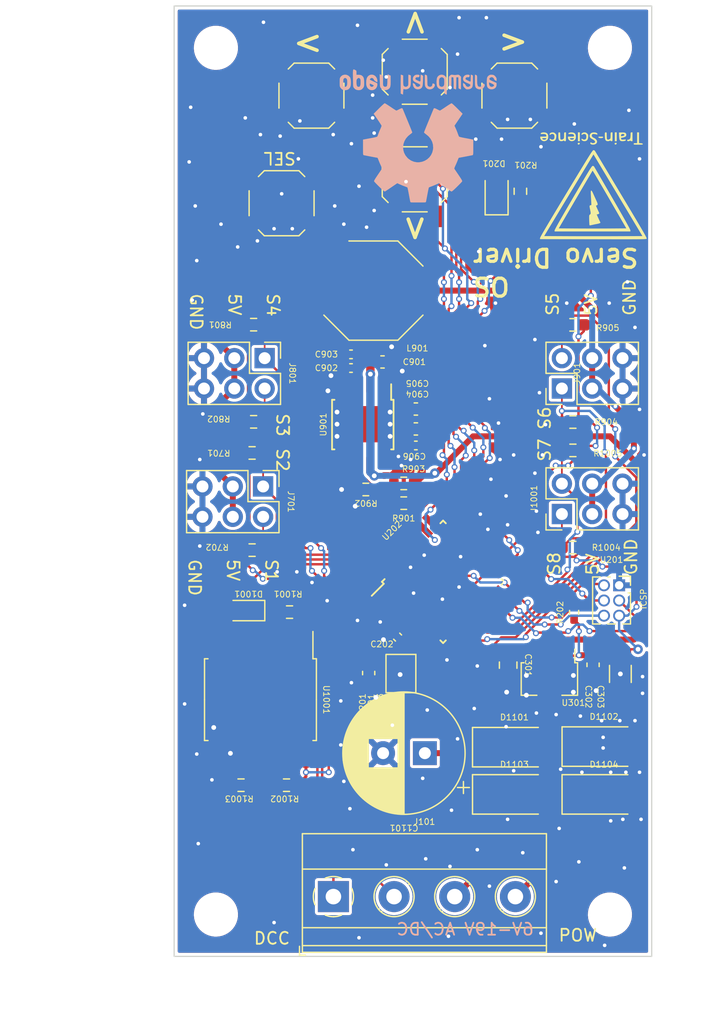
<source format=kicad_pcb>
(kicad_pcb (version 20221018) (generator pcbnew)
  (layers (0 "F.Cu" signal) (31 "B.Cu" signal) (34 "B.Paste" user) (35 "F.Paste" user) (36 "B.SilkS" user "B.Silkscreen") (37 "F.SilkS" user "F.Silkscreen") (38 "B.Mask" user) (39 "F.Mask" user) (44 "Edge.Cuts" user))
  (net 0 "")
  (net 1 "GND")
  (net 2 "Net-(D201-A)")
  (net 4 "Net-(U901-BS)")
  (net 5 "Net-(U901-SW)")
  (net 6 "Net-(U901-FB)")
  (net 9 "Net-(D1001-K)")
  (net 10 "+5V")
  (net 11 "Net-(U1001-EN)")
  (net 13 "/atmega/X1")
  (net 14 "/atmega/X2")
  (net 15 "VCC")
  (net 16 "+5VA")
  (net 17 "/atmega/LED")
  (net 18 "/DCC/DCC_B")
  (net 19 "/D_bridge/AC_1")
  (net 20 "/D_bridge/AC_2")
  (net 21 "/DCC/DCC_A")
  (net 22 "/atmega/reset")
  (net 23 "/DCC/DCC_TTL")
  (net 24 "/atmega/sw1")
  (net 25 "/atmega/sw2")
  (net 26 "/atmega/sw3")
  (net 27 "/atmega/sw4")
  (net 28 "/atmega/sw5")
  (net 29 "/atmega/MOSI")
  (net 30 "/atmega/MISO")
  (net 31 "/atmega/bus2.pin1")
  (net 32 "/atmega/bus2.pin2")
  (net 33 "/atmega/bus3.pin1")
  (net 34 "/atmega/bus3.pin2")
  (net 36 "/atmega/bus4.pin1")
  (net 37 "/atmega/bus4.pin2")
  (net 42 "/atmega/bus1.pin1")
  (net 43 "/atmega/bus1.pin2")
  (footprint "Connector_PinHeader_2.54mm:PinHeader_2x03_P2.54mm_Vertical" (layer "F.Cu") (at 110.08 122.46 -90)
    (fp_text reference "J801")
    (fp_text value "Conn_02x03_Odd_Even")
  )
  (footprint "Package_TO_SOT_SMD:SOT-89-3" (layer "F.Cu") (at 133.929 149.299 -90)
    (fp_text reference "U301")
    (fp_text value "L78L05_SOT89")
  )
  (footprint "custom_kicad_lib_sk:R_0603_smalltext" (layer "F.Cu") (at 111.912 158.18 180)
    (fp_text reference "R1002")
    (fp_text value "10k")
  )
  (footprint "Package_SO:TI_SO-PowerPAD-8" (layer "F.Cu") (at 118.3015 128.0165 -90)
    (fp_text reference "U901")
    (fp_text value "MT2499A")
  )
  (footprint "custom_kicad_lib_sk:R_0603_smalltext" (layer "F.Cu") (at 112.166 143.702 180)
    (fp_text reference "R1001")
    (fp_text value "1k")
  )
  (footprint "Capacitor_SMD:C_0603_1608Metric" (layer "F.Cu") (at 122.7465 128.38 180)
    (fp_text reference "C904")
    (fp_text value "22uF")
  )
  (footprint "LED_SMD:LED_0805_2012Metric_Pad1.15x1.40mm_HandSolder" (layer "F.Cu") (at 129.509 108.6105 90)
    (fp_text reference "D201")
    (fp_text value "LED")
  )
  (footprint "custom_kicad_lib_sk:default_switch" (layer "F.Cu") (at 122.65 107.5 90)
    (fp_text reference "SW602" hide)
    (fp_text value "default_switch")
  )
  (footprint "Capacitor_SMD:C_0402_1005Metric" (layer "F.Cu") (at 121.215894 145.792589 135)
    (fp_text reference "C202")
    (fp_text value "100nF")
  )
  (footprint "MountingHole:MountingHole_3.2mm_M3" (layer "F.Cu") (at 139 96.5)
    (fp_text reference "REF**" hide)
    (fp_text value "MountingHole_3.2mm_M3")
  )
  (footprint "custom_kicad_lib_sk:R_0603_smalltext" (layer "F.Cu") (at 109.03 138.5165 180)
    (fp_text reference "R702")
    (fp_text value "10k")
  )
  (footprint "MountingHole:MountingHole_3.2mm_M3" (layer "F.Cu") (at 106 96.5)
    (fp_text reference "REF**" hide)
    (fp_text value "MountingHole_3.2mm_M3")
  )
  (footprint "Capacitor_THT:CP_Radial_D10.0mm_P3.50mm" (layer "F.Cu") (at 123.5 155.5 180)
    (fp_text reference "C1101")
    (fp_text value "1000uF")
  )
  (footprint "custom_kicad_lib_sk:Train-Science logo small" (layer "F.Cu") (at 137.541 107.95 180)
    (fp_text reference "G***" hide)
    (fp_text value "LOGO" hide)
  )
  (footprint "Connector_PinHeader_2.54mm:PinHeader_2x03_P2.54mm_Vertical" (layer "F.Cu") (at 134.975 135.5 90)
    (fp_text reference "J1001")
    (fp_text value "Conn_02x03_Odd_Even")
  )
  (footprint "Connector_PinHeader_2.54mm:PinHeader_2x03_P2.54mm_Vertical" (layer "F.Cu") (at 109.953 133.191 -90)
    (fp_text reference "J701")
    (fp_text value "Conn_02x03_Odd_Even")
  )
  (footprint "custom_kicad_lib_sk:default_switch" (layer "F.Cu") (at 131 100.5 180)
    (fp_text reference "SW601" hide)
    (fp_text value "default_switch")
  )
  (footprint "Resistor_SMD:R_0603_1608Metric" (layer "F.Cu") (at 121.7305 132.937)
    (fp_text reference "R903")
    (fp_text value "150k")
  )
  (footprint "Resistor_SMD:R_0402_1005Metric_Pad0.72x0.64mm_HandSolder" (layer "F.Cu") (at 136 143.73 90)
    (fp_text reference "R202")
    (fp_text value "10k")
  )
  (footprint "Capacitor_SMD:C_0805_2012Metric" (layer "F.Cu") (at 130.476 148.1375 -90)
    (fp_text reference "C301")
    (fp_text value "470nF")
  )
  (footprint "custom_kicad_lib_sk:default_switch" (layer "F.Cu") (at 111.5 109.5 180)
    (fp_text reference "SW605" hide)
    (fp_text value "default_switch")
  )
  (footprint "Connector_PinHeader_2.54mm:PinHeader_2x03_P2.54mm_Vertical" (layer "F.Cu") (at 134.975 125 90)
    (fp_text reference "J901")
    (fp_text value "Conn_02x03_Odd_Even")
  )
  (footprint "Capacitor_SMD:C_0603_1608Metric" (layer "F.Cu") (at 118.793305 148.799 90)
    (fp_text reference "C201")
    (fp_text value "12pF")
  )
  (footprint "Package_SO:SOP-8_6.62x9.15mm_P2.54mm" (layer "F.Cu") (at 109.73 151.025 -90)
    (fp_text reference "U1001")
    (fp_text value "6N137")
  )
  (footprint "Connector_PinSocket_1.27mm:PinSocket_2x03_P1.27mm_Vertical" (layer "F.Cu") (at 139.77 141.46)
    (fp_text reference "U201")
    (fp_text value "HEADER_3x2")
  )
  (footprint "Resistor_SMD:R_0603_1608Metric" (layer "F.Cu") (at 121.7305 134.588 180)
    (fp_text reference "R901")
    (fp_text value "220k")
  )
  (footprint "custom_kicad_lib_sk:R_0603_smalltext" (layer "F.Cu") (at 135.898 119.6745)
    (fp_text reference "R905")
    (fp_text value "10k")
  )
  (footprint "custom_kicad_lib_sk:R_0603_smalltext" (layer "F.Cu") (at 108.102 158.18 180)
    (fp_text reference "R1003")
    (fp_text value "10k")
  )
  (footprint "Capacitor_SMD:C_0603_1608Metric" (layer "F.Cu") (at 119.9525 122.777)
    (fp_text reference "C901")
    (fp_text value "22uF")
  )
  (footprint "Capacitor_SMD:C_0603_1608Metric" (layer "F.Cu") (at 121.555305 151.72)
    (fp_text reference "C203")
    (fp_text value "12pF")
  )
  (footprint "Package_QFP:TQFP-32_7x7mm_P0.8mm" (layer "F.Cu") (at 125.025305 141.169 45)
    (fp_text reference "U202")
    (fp_text value "ATmega328-A")
  )
  (footprint "Diode_SMD:D_SMA" (layer "F.Cu") (at 138.5 158.95)
    (fp_text reference "D1104")
    (fp_text value "SS53")
  )
  (footprint "Diode_SMD:D_SMA" (layer "F.Cu") (at 131 155)
    (fp_text reference "D1101")
    (fp_text value "SS53")
  )
  (footprint "Capacitor_SMD:C_0603_1608Metric_Pad1.08x0.95mm_HandSolder" (layer "F.Cu") (at 137.588 148.111 -90)
    (fp_text reference "C302")
    (fp_text value "100nF")
  )
  (footprint "Capacitor_SMD:C_0603_1608Metric" (layer "F.Cu") (at 122.7465 126.714 180)
    (fp_text reference "C905")
    (fp_text value "22uF")
  )
  (footprint "custom_kicad_lib_sk:R_0603_smalltext" (layer "F.Cu") (at 135.898 127.8025)
    (fp_text reference "R904")
    (fp_text value "10k")
  )
  (footprint "custom_kicad_lib_sk:default_switch" (layer "F.Cu") (at 122.65 98.5 90)
    (fp_text reference "SW603" hide)
    (fp_text value "default_switch")
  )
  (footprint "MountingHole:MountingHole_3.2mm_M3" (layer "F.Cu") (at 106 169)
    (fp_text reference "REF**" hide)
    (fp_text value "MountingHole_3.2mm_M3")
  )
  (footprint "custom_kicad_lib_sk:R_0603_smalltext" (layer "F.Cu") (at 109.03 130.3885 180)
    (fp_text reference "R701")
    (fp_text value "10k")
  )
  (footprint "custom_kicad_lib_sk:crystal_arduino" (layer "F.Cu") (at 121.714305 148.892 -90)
    (fp_text reference "Y201")
    (fp_text value "Crystal_GND2")
  )
  (footprint "Diode_SMD:D_SOD-323" (layer "F.Cu") (at 108.483 143.575 180)
    (fp_text reference "D1001")
    (fp_text value "1N4148WS")
  )
  (footprint "Diode_SMD:D_SMA" (layer "F.Cu") (at 131 158.95)
    (fp_text reference "D1103")
    (fp_text value "SS53")
  )
  (footprint "custom_kicad_lib_sk:R_0603_smalltext" (layer "F.Cu") (at 109.157 127.7855 180)
    (fp_text reference "R802")
    (fp_text value "10k")
  )
  (footprint "TerminalBlock_Phoenix:TerminalBlock_Phoenix_MKDS-1,5-4-5.08_1x04_P5.08mm_Horizontal" (layer "F.Cu") (at 115.84 167.5)
    (fp_text reference "J101")
    (fp_text value "Screw_Terminal_01x04")
  )
  (footprint "Capacitor_SMD:C_1206_3216Metric_Pad1.33x1.80mm_HandSolder" (layer "F.Cu") (at 139.874 148.873 -90)
    (fp_text reference "C303")
    (fp_text value "100uF")
  )
  (footprint "MountingHole:MountingHole_3.2mm_M3" (layer "F.Cu") (at 139 169)
    (fp_text reference "REF**" hide)
    (fp_text value "MountingHole_3.2mm_M3")
  )
  (footprint "custom_kicad_lib_sk:R_0603_smalltext" (layer "F.Cu") (at 135.898 138.3025)
    (fp_text reference "R1004")
    (fp_text value "10k")
  )
  (footprint "Capacitor_SMD:C_0402_1005Metric" (layer "F.Cu") (at 117.3135 123.285 180)
    (fp_text reference "C902")
    (fp_text value "100nF")
  )
  (footprint "Capacitor_SMD:C_0402_1005Metric" (layer "F.Cu") (at 117.3135 122.142 180)
    (fp_text reference "C903")
    (fp_text value "22nF")
  )
  (footprint "Inductor_SMD:L_Bourns-SRU8028_8.0x8.0mm" (layer "F.Cu") (at 119.1905 116.808)
    (fp_text reference "L901")
    (fp_text value "L")
  )
  (footprint "Capacitor_SMD:C_0402_1005Metric" (layer "F.Cu") (at 122.7445 129.762 180)
    (fp_text reference "C906")
    (fp_text value "100nF")
  )
  (footprint "Resistor_SMD:R_0603_1608Metric" (layer "F.Cu") (at 118.5555 133.445 180)
    (fp_text reference "R902")
    (fp_text value "20k")
  )
  (footprint "custom_kicad_lib_sk:R_0603_smalltext" (layer "F.Cu") (at 109.157 119.6575 180)
    (fp_text reference "R801")
    (fp_text value "10k")
  )
  (footprint "Diode_SMD:D_SMA" (layer "F.Cu") (at 138.5 154.95)
    (fp_text reference "D1102")
    (fp_text value "SS53")
  )
  (footprint "custom_kicad_lib_sk:R_0603_smalltext" (layer "F.Cu") (at 135.898 130.1745)
    (fp_text reference "R1005")
    (fp_text value "10k")
  )
  (footprint "Resistor_SMD:R_0603_1608Metric_Pad0.98x0.95mm_HandSolder" (layer "F.Cu") (at 131.5 108.5 90)
    (fp_text reference "R201")
    (fp_text value "6k2")
  )
  (footprint "custom_kicad_lib_sk:default_switch" (layer "F.Cu") (at 114 100.5 180)
    (fp_text reference "SW604" hide)
    (fp_text value "default_switch")
  )
  (footprint "Symbol:OSHW-Logo2_14.6x12mm_SilkScreen" (layer "B.Cu") (at 122.936 103.886)
    (fp_text reference "REF**" hide)
    (fp_text value "OSHW-Logo2_14.6x12mm_SilkScreen" hide)
  )
  (gr_rect (start 102.5 93) (end 142.5 172.5) (stroke (width 0.1)) (fill none) (layer "Edge.Cuts"))
  (gr_text "6V-19V AC/DC" (at 132.715 170.815) (layer "B.SilkS") (effects (font (size 1 1)) (justify left bottom mirror)))
  (gr_text "S5\n\n5V\n\nGND" (at 141.224 118.999 90) (layer "F.SilkS") (effects (font (size 1 1)) (justify left bottom)))
  (gr_text "<" (at 132.334 94.996 180) (layer "F.SilkS") (effects (font (size 2 2) (thickness 0.3)) (justify left bottom)))
  (gr_text "ICSP" (at 142.113 143.51 90) (layer "F.SilkS") (effects (font (size 0.5 0.5) (thickness 0.075)) (justify left bottom)))
  (gr_text "DCC" (at 109.093 171.577) (layer "F.SilkS") (effects (font (size 1 1)) (justify left bottom)))
  (gr_text "S3\n" (at 110.998 127 270) (layer "F.SilkS") (effects (font (size 1 1)) (justify left bottom)))
  (gr_text "S2" (at 110.998 129.921 270) (layer "F.SilkS") (effects (font (size 1 1)) (justify left bottom)))
  (gr_text "OS\nServo Driver" (at 127.381 113.157 180) (layer "F.SilkS") (effects (font (size 1.5 1.5) (thickness 0.275) bold) (justify right bottom)))
  (gr_text "S6" (at 134.112 128.524 90) (layer "F.SilkS") (effects (font (size 1 1)) (justify left bottom)))
  (gr_text "S4\n\n5V\n\nGND" (at 103.759 116.967 270) (layer "F.SilkS") (effects (font (size 1 1)) (justify left bottom)))
  (gr_text "<" (at 112.268 97.155) (layer "F.SilkS") (effects (font (size 2 2) (thickness 0.3)) (justify left bottom)))
  (gr_text "SEL" (at 112.776 105.156 180) (layer "F.SilkS") (effects (font (size 1 1)) (justify left bottom)))
  (gr_text "S7" (at 134.112 131.191 90) (layer "F.SilkS") (effects (font (size 1 1)) (justify left bottom)))
  (gr_text "<" (at 121.666 92.964 -90) (layer "F.SilkS") (effects (font (size 2 2) (thickness 0.3)) (justify left bottom)))
  (gr_text "POW" (at 134.62 171.323) (layer "F.SilkS") (effects (font (size 1 1)) (justify left bottom)))
  (gr_text "S8\n\n5V\n\nGND" (at 141.351 140.7 90) (layer "F.SilkS") (effects (font (size 1 1)) (justify left bottom)))
  (gr_text "S1\n\n5V\n\nGND" (at 103.632 139.192 270) (layer "F.SilkS") (effects (font (size 1 1)) (justify left bottom)))
  (gr_text "<" (at 123.698 113.03 90) (layer "F.SilkS") (effects (font (size 2 2) (thickness 0.3)) (justify left bottom)))
  (segment (start 116.5235 133.445) (end 116.5485 133.47) (width 1) (layer "F.Cu") (net 1))
  (segment (start 120.5875 126.968) (end 121.7175 126.968) (width 1) (layer "F.Cu") (net 1))
  (segment (start 120.176305 149.574) (end 120.544305 149.942) (width 0.25) (layer "F.Cu") (net 1))
  (segment (start 116.1425 126.968) (end 120.5875 126.968) (width 1) (layer "F.Cu") (net 1))
  (segment (start 121.7175 126.968) (end 121.9715 126.714) (width 1) (layer "F.Cu") (net 1))
  (segment (start 121.428305 148.926) (end 121.428305 149.058) (width 0.25) (layer "F.Cu") (net 1))
  (segment (start 116.1425 129) (end 120.5875 129) (width 1) (layer "F.Cu") (net 1))
  (segment (start 121.428305 149.058) (end 120.544305 149.942) (width 0.25) (layer "F.Cu") (net 1))
  (segment (start 120.7145 122.764) (end 120.7275 122.777) (width 0.7) (layer "F.Cu") (net 1))
  (segment (start 122.1745 129.762) (end 121.4125 129) (width 1) (layer "F.Cu") (net 1))
  (segment (start 116.3965 125.2365) (end 116.3965 126.714) (width 1) (layer "F.Cu") (net 1))
  (segment (start 120.5875 127.984) (end 121.5755 127.984) (width 1) (layer "F.Cu") (net 1))
  (segment (start 122.302944 144.457047) (end 121.306813 145.453178) (width 0.2) (layer "F.Cu") (net 1))
  (segment (start 118.793305 149.574) (end 120.176305 149.574) (width 0.25) (layer "F.Cu") (net 1))
  (segment (start 117.7305 134.778) (end 117.6665 134.842) (width 0.7) (layer "F.Cu") (net 1))
  (segment (start 121.4125 129) (end 120.5875 129) (width 1) (layer "F.Cu") (net 1))
  (segment (start 120.5875 127.984) (end 116.1425 127.984) (width 1) (layer "F.Cu") (net 1))
  (segment (start 120.780305 151.72) (end 120.780305 150.178) (width 0.25) (layer "F.Cu") (net 1))
  (segment (start 122.1745 127.603) (end 122.1745 129.762) (width 1) (layer "F.Cu") (net 1))
  (segment (start 121.9715 126.714) (end 122.1745 126.917) (width 1) (layer "F.Cu") (net 1))
  (segment (start 121.5755 127.984) (end 121.9715 128.38) (width 1) (layer "F.Cu") (net 1))
  (segment (start 122.1745 126.917) (end 122.1745 127.603) (width 1) (layer "F.Cu") (net 1))
  (segment (start 116.3965 126.714) (end 116.1425 126.968) (width 1) (layer "F.Cu") (net 1))
  (segment (start 122.444305 147.742) (end 122.444305 148.042) (width 0.25) (layer "F.Cu") (net 1))
  (segment (start 121.306813 145.453178) (end 120.876483 145.453178) (width 0.2) (layer "F.Cu") (net 1))
  (segment (start 122.1745 124.224) (end 122.1745 127.603) (width 0.7) (layer "F.Cu") (net 1))
  (segment (start 120.7275 122.777) (end 122.1745 124.224) (width 0.7) (layer "F.Cu") (net 1))
  (segment (start 121.560305 148.926) (end 121.428305 148.926) (width 0.25) (layer "F.Cu") (net 1))
  (segment (start 122.444305 148.042) (end 121.560305 148.926) (width 0.25) (layer "F.Cu") (net 1))
  (segment (start 117.7305 133.445) (end 117.7305 134.778) (width 0.7) (layer "F.Cu") (net 1))
  (segment (start 120.780305 150.178) (end 120.544305 149.942) (width 0.25) (layer "F.Cu") (net 1))
  (segment (start 116.5485 133.47) (end 117.7305 133.47) (width 1) (layer "F.Cu") (net 1))
  (segment (start 120.7145 121.507) (end 120.7145 122.764) (width 0.7) (layer "F.Cu") (net 1))
  (via (at 140.081 161.036) (size 0.5) (drill 0.3) (layers "F.Cu" "B.Cu") (net 1))
  (via (at 120.7145 121.507) (size 0.8) (drill 0.4) (layers "F.Cu" "B.Cu") (net 1))
  (via (at 123.444 138.938) (size 0.5) (drill 0.3) (layers "F.Cu" "B.Cu") (net 1))
  (via (at 132.715 132.08) (size 0.5) (drill 0.3) (layers "F.Cu" "B.Cu") (net 1))
  (via (at 126.365 93.98) (size 0.5) (drill 0.3) (layers "F.Cu" "B.Cu") (net 1))
  (via (at 116.1425 126.968) (size 0.8) (drill 0.4) (layers "F.Cu" "B.Cu") (net 1))
  (via (at 120.777 153.162) (size 0.5) (drill 0.3) (layers "F.Cu" "B.Cu") (net 1))
  (via (at 136.525 152.4) (size 0.5) (drill 0.3) (layers "F.Cu" "B.Cu") (net 1))
  (via (at 129.032 132.588) (size 0.5) (drill 0.3) (layers "F.Cu" "B.Cu") (net 1))
  (via (at 117.475 163.576) (size 0.5) (drill 0.3) (layers "F.Cu" "B.Cu") (net 1))
  (via (at 139.065 157.099) (size 0.5) (drill 0.3) (layers "F.Cu" "B.Cu") (net 1))
  (via (at 132.842 135.255) (size 0.5) (drill 0.3) (layers "F.Cu" "B.Cu") (net 1))
  (via (at 131.699 163.83) (size 0.5) (drill 0.3) (layers "F.Cu" "B.Cu") (net 1))
  (via (at 125.349 147.701) (size 0.5) (drill 0.3) (layers "F.Cu" "B.Cu") (net 1))
  (via (at 134.874 156.845) (size 0.5) (drill 0.3) (layers "F.Cu" "B.Cu") (net 1))
  (via (at 138.43 155.067) (size 0.5) (drill 0.3) (layers "F.Cu" "B.Cu") (net 1))
  (via (at 122.301 130.937) (size 0.5) (drill 0.3) (layers "F.Cu" "B.Cu") (net 1))
  (via (at 115.824 103.759) (size 0.5) (drill 0.3) (layers "F.Cu" "B.Cu") (net 1))
  (via (at 139.065 161.163) (size 0.5) (drill 0.3) (layers "F.Cu" "B.Cu") (net 1))
  (via (at 141.859 130.556) (size 0.5) (drill 0.3) (layers "F.Cu" "B.Cu") (net 1))
  (via (at 137.842 150.27) (size 0.8) (drill 0.4) (layers "F.Cu" "B.Cu") (net 1))
  (via (at 123.698 151.892) (size 0.5) (drill 0.3) (layers "F.Cu" "B.Cu") (net 1))
  (via (at 104.013 117.602) (size 0.5) (drill 0.3) (layers "F.Cu" "B.Cu") (net 1))
  (via (at 136.398 164.592) (size 0.5) (drill 0.3) (layers "F.Cu" "B.Cu") (net 1))
  (via (at 125.603 164.973) (size 0.5) (drill 0.3) (layers "F.Cu" "B.Cu") (net 1))
  (via (at 122.301 139.954) (size 0.5) (drill 0.3) (layers "F.Cu" "B.Cu") (net 1))
  (via (at 134.747 161.798) (size 0.5) (drill 0.3) (layers "F.Cu" "B.Cu") (net 1))
  (via (at 130.937 156.972) (size 0.5) (drill 0.3) (layers "F.Cu" "B.Cu") (net 1))
  (via (at 129.794 130.937) (size 0.5) (drill 0.3) (layers "F.Cu" "B.Cu") (net 1))
  (via (at 132.334 102.489) (size 0.5) (drill 0.3) (layers "F.Cu" "B.Cu") (net 1))
  (via (at 105.664 157.734) (size 0.5) (drill 0.3) (layers "F.Cu" "B.Cu") (net 1))
  (via (at 129.667 127.889) (size 0.5) (drill 0.3) (layers "F.Cu" "B.Cu") (net 1))
  (via (at 115.951 109.728) (size 0.5) (drill 0.3) (layers "F.Cu" "B.Cu") (net 1))
  (via (at 130.429 136.398) (size 0.5) (drill 0.3) (layers "F.Cu" "B.Cu") (net 1))
  (via (at 122.555 142.113) (size 0.5) (drill 0.3) (layers "F.Cu" "B.Cu") (net 1))
  (via (at 125.603 99.822) (size 0.5) (drill 0.3) (layers "F.Cu" "B.Cu") (net 1))
  (via (at 117.983 170.942) (size 0.5) (drill 0.3) (layers "F.Cu" "B.Cu") (net 1))
  (via (at 119.253 103.632) (size 0.5) (drill 0.3) (layers "F.Cu" "B.Cu") (net 1))
  (via (at 138.43 154.178) (size 0.5) (drill 0.3) (layers "F.Cu" "B.Cu") (net 1))
  (via (at 104.394 155.575) (size 0.5) (drill 0.3) (layers "F.Cu" "B.Cu") (net 1))
  (via (at 119.761 144.526) (size 0.5) (drill 0.3) (layers "F.Cu" "B.Cu") (net 1))
  (via (at 138.938 117.856) (size 0.5) (drill 0.3) (layers "F.Cu" "B.Cu") (net 1))
  (via (at 112.776 140.335) (size 0.5) (drill 0.3) (layers "F.Cu" "B.Cu") (net 1))
  (via (at 104.394 114.3) (size 0.5) (drill 0.3) (layers "F.Cu" "B.Cu") (net 1))
  (via (at 116.713 157.861) (size 0.5) (drill 0.3) (layers "F.Cu" "B.Cu") (net 1))
  (via (at 136.652 157.099) (size 0.5) (drill 0.3) (layers "F.Cu" "B.Cu") (net 1))
  (via (at 115.6345 123.92) (size 0.8) (drill 0.4) (layers "F.Cu" "B.Cu") (net 1))
  (via (at 133.604 128.016) (size 0.5) (drill 0.3) (layers "F.Cu" "B.Cu") (net 1))
  (via (at 141.097 119.888) (size 0.5) (drill 0.3) (layers "F.Cu" "B.Cu") (net 1))
  (via (at 132.715 120.904) (size 0.5) (drill 0.3) (layers "F.Cu" "B.Cu") (net 1))
  (via (at 110.871 111.633) (size 0.5) (drill 0.3) (layers "F.Cu" "B.Cu") (net 1))
  (via (at 133.223 170.561) (size 0.5) (drill 0.3) (layers "F.Cu" "B.Cu") (net 1))
  (via (at 123.317 98.425) (size 0.5) (drill 0.3) (layers "F.Cu" "B.Cu") (net 1))
  (via (at 128.524 121.412) (size 0.5) (drill 0.3) (layers "F.Cu" "B.Cu") (net 1))
  (via (at 123.317 157.607) (size 0.5) (drill 0.3) (layers "F.Cu" "B.Cu") (net 1))
  (via (at 119.126 100.457) (size 0.5) (drill 0.3) (layers "F.Cu" "B.Cu") (net 1))
  (via (at 119.126 102.362) (size 0.5) (drill 0.3) (layers "F.Cu" "B.Cu") (net 1))
  (via (at 130.429 102.489) (size 0.5) (drill 0.3) (layers "F.Cu" "B.Cu") (net 1))
  (via (at 138.303 152.781) (size 0.5) (drill 0.3) (layers "F.Cu" "B.Cu") (net 1))
  (via (at 108.458 102.362) (size 0.5) (drill 0.3) (layers "F.Cu" "B.Cu") (net 1))
  (via (at 117.348 149.606) (size 0.5) (drill 0.3) (layers "F.Cu" "B.Cu") (net 1))
  (via (at 135.937 150.397) (size 0.8) (drill 0.4) (layers "F.Cu" "B.Cu") (net 1))
  (via (at 121.285 130.683) (size 0.5) (drill 0.3) (layers "F.Cu" "B.Cu") (net 1))
  (via (at 132.969 137.033) (size 0.5) (drill 0.3) (layers "F.Cu" "B.Cu") (net 1))
  (via (at 112.903 105.791) (size 0.5) (drill 0.3) (layers "F.Cu" "B.Cu") (net 1))
  (via (at 113.03 102.616) (size 0.5) (drill 0.3) (layers "F.Cu" "B.Cu") (net 1))
  (via (at 141.478 126.746) (size 0.5) (drill 0.3) (layers "F.Cu" "B.Cu") (net 1))
  (via (at 116.5235 133.445) (size 0.8) (drill 0.4) (layers "F.Cu" "B.Cu") (net 1))
  (via (at 115.316 142.748) (size 0.5) (drill 0.3) (layers "F.Cu" "B.Cu") (net 1))
  (via (at 126.365 141.605) (size 0.5) (drill 0.3) (layers "F.Cu" "B.Cu") (net 1))
  (via (at 138.557 171.577) (size 0.5) (drill 0.3) (layers "F.Cu" "B.Cu") (net 1))
  (via (at 133.35 130.556) (size 0.5) (drill 0.3) (layers "F.Cu" "B.Cu") (net 1))
  (via (at 107.823 113.157) (size 0.5) (drill 0.3) (layers "F.Cu" "B.Cu") (net 1))
  (via (at 129.413 117.856) (size 0.5) (drill 0.3) (layers "F.Cu" "B.Cu") (net 1))
  (via (at 141.097 152.781) (size 0.5) (drill 0.3) (layers "F.Cu" "B.Cu") (net 1))
  (via (at 106.426 111.252) (size 0.5) (drill 0.3) (layers "F.Cu" "B.Cu") (net 1))
  (via (at 116.459 154.813) (size 0.5) (drill 0.3) (layers "F.Cu" "B.Cu") (net 1))
  (via (at 126.238 97.028) (size 0.5) (drill 0.3) (layers "F.Cu" "B.Cu") (net 1))
  (via (at 120.269 98.933) (size 0.5) (drill 0.3) (layers "F.Cu" "B.Cu") (net 1))
  (via (at 109.728 103.759) (size 0.5) (drill 0.3) (layers "F.Cu" "B.Cu") (net 1))
  (via (at 128.778 136.779) (size 0.5) (drill 0.3) (layers "F.Cu" "B.Cu") (net 1))
  (via (at 130.349 150.397) (size 0.8) (drill 0.4) (layers "F.Cu" "B.Cu") (net 1))
  (via (at 135.382 117.856) (size 0.5) (drill 0.3) (layers "F.Cu" "B.Cu") (net 1))
  (via (at 121.539 131.445) (size 0.5) (drill 0.3) (layers "F.Cu" "B.Cu") (net 1))
  (via (at 105.816 153.354) (size 0.8) (drill 0.4) (layers "F.Cu" "B.Cu") (net 1))
  (via (at 141.478 157.099) (size 0.5) (drill 0.3) (layers "F.Cu" "B.Cu") (net 1))
  (via (at 141.605 161.036) (size 0.5) (drill 0.3) (layers "F.Cu" "B.Cu") (net 1))
  (via (at 126.492 139.065) (size 0.5) (drill 0.3) (layers "F.Cu" "B.Cu") (net 1))
  (via (at 134.493 152.273) (size 0.5) (drill 0.3) (layers "F.Cu" "B.Cu") (net 1))
  (via (at 139.874 148.873) (size 0.8) (drill 0.4) (layers "F.Cu" "B.Cu") (net 1))
  (via (at 120.5875 126.968) (size 0.8) (drill 0.4) (layers "F.Cu" "B.Cu") (net 1))
  (via (at 112.395 111.633) (size 0.5) (drill 0.3) (layers "F.Cu" "B.Cu") (net 1))
  (via (at 134.493 166.243) (size 0.5) (drill 0.3) (layers "F.Cu" "B.Cu") (net 1))
  (via (at 114.046 141.224) (size 0.5) (drill 0.3) (layers "F.Cu" "B.Cu") (net 1))
  (via (at 116.1425 129) (size 0.8) (drill 0.4) (layers "F.Cu" "B.Cu") (net 1))
  (via (at 104.521 163.068) (size 0.5) (drill 0.3) (layers "F.Cu" "B.Cu") (net 1))
  (via (at 121.92 107.696) (size 0.5) (drill 0.3) (layers "F.Cu" "B.Cu") (net 1))
  (via (at 141.732 149.098) (size 0.5) (drill 0.3) (layers "F.Cu" "B.Cu") (net 1))
  (via (at 121.6035 123.539) (size 0.8) (drill 0.4) (layers "F.Cu" "B.Cu") (net 1))
  (via (at 117.856 94.615) (size 0.5) (drill 0.3) (layers "F.Cu" "B.Cu") (net 1))
  (via (at 140.335 157.099) (size 0.5) (drill 0.3) (layers "F.Cu" "B.Cu") (net 1))
  (via (at 130.937 130.556) (size 0.5) (drill 0.3) (layers "F.Cu" "B.Cu") (net 1))
  (via (at 130.302 133.985) (size 0.5) (drill 0.3) (layers "F.Cu" "B.Cu") (net 1))
  (via (at 103.886 101.473) (size 0.5) (drill 0.3) (layers "F.Cu" "B.Cu") (net 1))
  (via (at 119.396305 150.831) (size 0.8) (drill 0.4) (layers "F.Cu" "B.Cu") (net 1))
  (via (at 130.302 153.289) (size 0.5) (drill 0.3) (layers "F.Cu" "B.Cu") (net 1))
  (via (at 117.221 160.147) (size 0.5) (drill 0.3) (layers "F.Cu" "B.Cu") (net 1))
  (via (at 109.474 112.649) (size 0.5) (drill 0.3) (layers "F.Cu" "B.Cu") (net 1))
  (via (at 117.856 144.399) (size 0.5) (drill 0.3) (layers "F.Cu" "B.Cu") (net 1))
  (via (at 133.223 104.775) (size 0.5) (drill 0.3) (layers "F.Cu" "B.Cu") (net 1))
  (via (at 120.015 97.536) (size 0.5) (drill 0.3) (layers "F.Cu" "B.Cu") (net 1))
  (via (at 130.429 161.036) (size 0.5) (drill 0.3) (layers "F.Cu" "B.Cu") (net 1))
  (via (at 116.459 151.13) (size 0.5) (drill 0.3) (layers "F.Cu" "B.Cu") (net 1))
  (via (at 120.031305 146.005) (size 0.8) (drill 0.4) (layers "F.Cu" "B.Cu") (net 1))
  (via (at 128.905 125.857) (size 0.5) (drill 0.3) (layers "F.Cu" "B.Cu") (net 1))
  (via (at 140.589 101.727) (size 0.5) (drill 0.3) (layers "F.Cu" "B.Cu") (net 1))
  (via (at 117.983 108.077) (size 0.5) (drill 0.3) (layers "F.Cu" "B.Cu") (net 1))
  (via (at 120.5875 129) (size 0.8) (drill 0.4) (layers "F.Cu" "B.Cu") (net 1))
  (via (at 119.253 110.109) (size 0.5) (drill 0.3) (layers "F.Cu" "B.Cu") (net 1))
  (via (at 116.713 111.252) (size 0.5) (drill 0.3) (layers "F.Cu" "B.Cu") (net 1))
  (via (at 118.618 111.506) (size 0.5) (drill 0.3) (layers "F.Cu" "B.Cu") (net 1))
  (via (at 133.096 125.349) (size 0.5) (drill 0.3) (layers "F.Cu" "B.Cu") (net 1))
  (via (at 117.348 104.521) (size 0.5) (drill 0.3) (layers "F.Cu" "B.Cu") (net 1))
  (via (at 132 149) (size 0.8) (drill 0.4) (layers "F.Cu" "B.Cu") (net 1))
  (via (at 111.125 140.335) (size 0.5) (drill 0.3) (layers "F.Cu" "B.Cu") (net 1))
  (via (at 103.378 143.129) (size 0.5) (drill 0.3) (layers "F.Cu" "B.Cu") (net 1))
  (via (at 125.476 170.815) (size 0.5) (drill 0.3) (layers "F.Cu" "B.Cu") (net 1))
  (via (at 103.759 106.045) (size 0.5) (drill 0.3) (layers "F.Cu" "B.Cu") (net 1))
  (via (at 123.571 164.338) (size 0.5) (drill 0.3) (layers "F.Cu" "B.Cu") (net 1))
  (via (at 128.143 135.509) (size 0.5) (drill 0.3) (layers "F.Cu" "B.Cu") (net 1))
  (via (at 117.6665 134.842) (size 0.8) (drill 0.4) (layers "F.Cu" "B.Cu") (net 1))
  (via (at 127.635 151.765) (size 0.5) (drill 0.3) (layers "F.Cu" "B.Cu") (net 1))
  (via (at 127.889 163.576) (size 0.5) (drill 0.3) (layers "F.Cu" "B.Cu") (net 1))
  (via (at 129.921 104.14) (size 0.5) (drill 0.3) (layers "F.Cu" "B.Cu") (net 1))
  (via (at 140.208 165.1) (size 0.5) (drill 0.3) (layers "F.Cu" "B.Cu") (net 1))
  (via (at 141.732 150.495) (size 0.5) (drill 0.3) (layers "F.Cu" "B.Cu") (net 1))
  (via (at 104.267 109.728) (size 0.5) (drill 0.3) (layers "F.Cu" "B.Cu") (net 1))
  (via (at 125.73 160.274) (size 0.5) (drill 0.3) (layers "F.Cu" "B.Cu") (net 1))
  (via (at 121.428305 148.926) (size 0.8) (drill 0.4) (layers "F.Cu" "B.Cu") (net 1))
  (via (at 139.827 152.781) (size 0.5) (drill 0.3) (layers "F.Cu" "B.Cu") (net 1))
  (via (at 135.937 149) (size 0.8) (drill 0.4) (layers "F.Cu" "B.Cu") (net 1))
  (via (at 107.213 155.513) (size 0.8) (drill 0.4) (layers "F.Cu" "B.Cu") (net 1))
  (via (at 104.648 130.937) (size 0.5) (drill 0.3) (layers "F.Cu" "B.Cu") (net 1))
  (via (at 115.3805 125.19) (size 0.8) (drill 0.4) (layers "F.Cu" "B.Cu") (net 1))
  (via (at 103.378 151.384) (size 0.5) (drill 0.3) (layers "F.Cu" "B.Cu") (net 1))
  (via (at 104.902 127.127) (size 0.5) (drill 0.3) (layers "F.Cu" "B.Cu") (net 1))
  (via (at 120.5875 127.984) (size 0.8) (drill 0.4) (layers "F.Cu" "B.Cu") (net 1))
  (via (at 141.478 105.791) (size 0.5) (drill 0.3) (layers "F.Cu" "B.Cu") (net 1))
  (via (at 127.762 104.14) (size 0.5) (drill 0.3) (layers "F.Cu" "B.Cu") (net 1))
  (via (at 128.651 93.98) (size 0.5) (drill 0.3) (layers "F.Cu" "B.Cu") (net 1))
  (via (at 127.889 148.209) (size 0.5) (drill 0.3) (layers "F.Cu" "B.Cu") (net 1))
  (via (at 111.379 103.886) (size 0.5) (drill 0.3) (layers "F.Cu" "B.Cu") (net 1))
  (via (at 136.017 102.87) (size 0.5) (drill 0.3) (layers "F.Cu" "B.Cu") (net 1))
  (via (at 128.905 166.624) (size 0.5) (drill 0.3) (layers "F.Cu" "B.Cu") (net 1))
  (via (at 128.016 113.538) (size 0.5) (drill 0.3) (layers "F.Cu" "B.Cu") (net 1))
  (via (at 124.968 142.621) (size 0.5) (drill 0.3) (layers "F.Cu" "B.Cu") (net 1))
  (via (at 111.506 108.712) (size 0.5) (drill 0.3) (layers "F.Cu" "B.Cu") (net 1))
  (via (at 110.871 169.672) (size 0.5) (drill 0.3) (layers "F.Cu" "B.Cu") (net 1))
  (via (at 109.982 94.361) (size 0.5) (drill 0.3) (layers "F.Cu" "B.Cu") (net 1))
  (via (at 132 150.651) (size 0.8) (drill 0.4) (layers "F.Cu" "B.Cu") (net 1))
  (via (at 132.842 152.146) (size 0.5) (drill 0.3) (layers "F.Cu" "B.Cu") (net 1))
  (via (at 116.1425 127.984) (size 0.8) (drill 0.4) (layers "F.Cu" "B.Cu") (net 1))
  (via (at 140.462 116.078) (size 0.5) (drill 0.3) (layers "F.Cu" "B.Cu") (net 1))
  (via (at 126.238 154.305) (size 0.5) (drill 0.3) (layers "F.Cu" "B.Cu") (net 1))
  (via (at 120.269 164.846) (size 0.5) (drill 0.3) (layers "F.Cu" "B.Cu") (net 1))
  (via (at 104.648 138.176) (size 0.5) (drill 0.3) (layers "F.Cu" "B.Cu") (net 1))
  (segment (start 131.5 107.5875) (end 129.511 107.5875) (width 0.5) (layer "F.Cu") (net 2))
  (segment (start 117.9585 121.977) (end 119.630317 121.977) (width 0.25) (layer "F.Cu") (net 4))
  (segment (start 119.630317 121.977) (end 119.9525 122.299183) (width 0.25) (layer "F.Cu") (net 4))
  (segment (start 120.2065 125.2365) (end 120.2065 123.92) (width 0.25) (layer "F.Cu") (net 4))
  (segment (start 120.2065 123.92) (end 119.9525 123.666) (width 0.25) (layer "F.Cu") (net 4))
  (segment (start 119.9525 122.299183) (end 119.9525 123.666) (width 0.25) (layer "F.Cu") (net 4))
  (segment (start 117.7935 122.142) (end 117.7935 123.285) (width 0.25) (layer "F.Cu") (net 4))
  (segment (start 117.7935 122.142) (end 117.9585 121.977) (width 0.25) (layer "F.Cu") (net 4))
  (segment (start 116.8335 123.610807) (end 116.8335 123.285) (width 0.7) (layer "F.Cu") (net 5))
  (segment (start 115.2905 117.48) (end 115.2905 116.808) (width 0.7) (layer "F.Cu") (net 5))
  (segment (start 116.8335 122.142) (end 116.8335 119.023) (width 0.7) (layer "F.Cu") (net 5))
  (segment (start 116.8335 119.023) (end 115.2905 117.48) (width 0.7) (layer "F.Cu") (net 5))
  (segment (start 117.6665 124.443807) (end 116.8335 123.610807) (width 0.7) (layer "F.Cu") (net 5))
  (segment (start 117.6665 125.2365) (end 117.6665 124.443807) (width 0.7) (layer "F.Cu") (net 5))
  (segment (start 116.8335 123.285) (end 116.8335 122.142) (width 0.7) (layer "F.Cu") (net 5))
  (segment (start 120.9055 132.937) (end 119.8885 132.937) (width 0.25) (layer "F.Cu") (net 6))
  (segment (start 118.5805 132.645) (end 117.6285 132.645) (width 0.25) (layer "F.Cu") (net 6))
  (segment (start 116.3965 131.413) (end 116.3965 130.7965) (width 0.25) (layer "F.Cu") (net 6))
  (segment (start 119.8885 132.937) (end 119.3805 133.445) (width 0.25) (layer "F.Cu") (net 6))
  (segment (start 119.3805 133.445) (end 118.5805 132.645) (width 0.25) (layer "F.Cu") (net 6))
  (segment (start 120.9055 132.937) (end 120.9055 134.588) (width 0.25) (layer "F.Cu") (net 6))
  (segment (start 117.6285 132.645) (end 116.3965 131.413) (width 0.25) (layer "F.Cu") (net 6))
  (segment (start 111.1265 143.575) (end 111.2535 143.702) (width 0.25) (layer "F.Cu") (net 9))
  (segment (start 111 143.9555) (end 111.2535 143.702) (width 0.25) (layer "F.Cu") (net 9))
  (segment (start 109.533 143.575) (end 111.1265 143.575) (width 0.25) (layer "F.Cu") (net 9))
  (segment (start 111 146.5) (end 111 143.9555) (width 0.25) (layer "F.Cu") (net 9))
  (segment (start 138.372562 139.896562) (end 140.785562 139.896562) (width 0.2) (layer "F.Cu") (net 10))
  (segment (start 136.765 130.1745) (end 135.4945 131.445) (width 0.2) (layer "F.Cu") (net 10))
  (segment (start 108.2445 127.7855) (end 108.69 127.34) (width 0.2) (layer "F.Cu") (net 10))
  (segment (start 137.191 129.794) (end 136.8105 130.1745) (width 0.2) (layer "F.Cu") (net 10))
  (segment (start 108.1175 138.5165) (end 108.1175 139.2325) (width 0.2) (layer "F.Cu") (net 10))
  (segment (start 123.317 143.256) (end 123.444 143.383) (width 0.2) (layer "F.Cu") (net 10))
  (segment (start 136.3595 147.349) (end 136.398 147.3105) (width 0.2) (layer "F.Cu") (net 10))
  (segment (start 136.8105 138.3025) (end 136.0355 139.0775) (width 0.2) (layer "F.Cu") (net 10))
  (segment (start 113.54 155.55) (end 113.54 154.728) (width 0.25) (layer "F.Cu") (net 10))
  (segment (start 118.639422 146.793422) (end 118.682922 146.749922) (width 0.2) (layer "F.Cu") (net 10))
  (segment (start 136.204264 139.246264) (end 136.204264 139.379264) (width 0.2) (layer "F.Cu") (net 10))
  (segment (start 131.445 137.668) (end 131.826 137.668) (width 0.2) (layer "F.Cu") (net 10))
  (segment (start 123.952 143.383) (end 125.639732 143.383) (width 0.2) (layer "F.Cu") (net 10))
  (segment (start 131.5 137.342) (end 131.5 134.4125) (width 0.2) (layer "F.Cu") (net 10))
  (segment (start 136.8105 127.8025) (end 137.4545 127.8025) (width 0.2) (layer "F.Cu") (net 10))
  (segment (start 108.69 127.34) (end 108.69 120.103) (width 0.2) (layer "F.Cu") (net 10))
  (segment (start 123.444 143.383) (end 123.698 143.637) (width 0.2) (layer "F.Cu") (net 10))
  (segment (start 108.69 120.103) (end 108.2445 119.6575) (width 0.2) (layer "F.Cu") (net 10))
  (segment (start 118.682922 146.749922) (end 118.682922 146.493078) (width 0.2) (layer "F.Cu") (net 10))
  (segment (start 123.698 143.383) (end 123.952 143.383) (width 0.2) (layer "F.Cu") (net 10))
  (segment (start 110.950571 153.735) (end 110.35 154.335571) (width 0.25) (layer "F.Cu") (net 10))
  (segment (start 123.317 143.256) (end 123.571 143.256) (width 0.2) (layer "F.Cu") (net 10))
  (segment (start 112.593056 140.914056) (end 115.443 143.764) (width 0.2) (layer "F.Cu") (net 10))
  (segment (start 136.365 127.357) (end 136.365 120.65) (width 0.2) (layer "F.Cu") (net 10))
  (segment (start 134.4555 131.4825) (end 131.5255 134.4125) (width 0.2) (layer "F.Cu") (net 10))
  (segment (start 112.547 153.735) (end 110.950571 153.735) (width 0.25) (layer "F.Cu") (net 10))
  (segment (start 123.571 143.256) (end 123.698 143.383) (width 0.2) (layer "F.Cu") (net 10))
  (segment (start 109.926056 140.914056) (end 112.593056 140.914056) (width 0.2) (layer "F.Cu") (net 10))
  (segment (start 115.4495 150.150343) (end 115.4495 157.099) (width 0.2) (layer "F.Cu") (net 10))
  (segment (start 137.4545 127.8025) (end 137.922 128.27) (width 0.2) (layer "F.Cu") (net 10))
  (segment (start 122.664573 145.022732) (end 121.555305 146.132) (width 0.25) (layer "F.Cu") (net 10))
  (segment (start 108.803 137.831) (end 108.1175 138.5165) (width 0.2) (layer "F.Cu") (net 10))
  (segment (start 125.639732 143.383) (end 129.444722 139.57801) (width 0.2) (layer "F.Cu") (net 10))
  (segment (start 131.399866 137.622866) (end 131.445 137.668) (width 0.2) (layer "F.Cu") (net 10))
  (segment (start 136.0355 139.0775) (end 133.2355 139.0775) (width 0.2) (layer "F.Cu") (net 10))
  (segment (start 120.982305 146.705) (end 118.894843 146.705) (width 0.2) (layer "F.Cu") (net 10))
  (segment (start 123.698 143.637) (end 123.698 144.193361) (width 0.2) (layer "F.Cu") (net 10))
  (segment (start 136.8105 127.8025) (end 136.365 127.357) (width 0.2) (layer "F.Cu") (net 10))
  (segment (start 131.5255 134.4125) (end 131.5 134.4125) (width 0.2) (layer "F.Cu") (net 10))
  (segment (start 140.3725 146.812) (end 139.874 147.3105) (width 0.2) (layer "F.Cu") (net 10))
  (segment (start 129.444722 139.57801) (end 131.399866 137.622866) (width 0.2) (layer "F.Cu") (net 10))
  (segment (start 115.953843 143.764) (end 118.682922 146.493078) (width 0.2) (layer "F.Cu") (net 10))
  (segment (start 113.54 157.099) (end 113.54 157.4645) (width 0.25) (layer "F.Cu") (net 10))
  (segment (start 131.5 137.522732) (end 131.5 134.4125) (width 0.2) (layer "F.Cu") (net 10))
  (segment (start 108.1175 130.3885) (end 108.803 131.074) (width 0.2) (layer "F.Cu") (net 10))
  (segment (start 136.398 145.3005) (end 136.398 144.7255) (width 0.2) (layer "F.Cu") (net 10))
  (segment (start 108.2445 130.2615) (end 108.1175 130.3885) (width 0.2) (layer "F.Cu") (net 10))
  (segment (start 137.795 129.794) (end 137.191 129.794) (width 0.2) (layer "F.Cu") (net 10))
  (segment (start 136.0355 139.0775) (end 136.204264 139.246264) (width 0.2) (layer "F.Cu") (net 10))
  (segment (start 136.8105 120.2045) (end 136.365 120.65) (width 0.2) (layer "F.Cu") (net 10))
  (segment (start 113.54 155.55) (end 113.54 157.099) (width 0.25) (layer "F.Cu") (net 10))
  (segment (start 108.803 131.074) (end 108.803 137.831) (width 0.2) (layer "F.Cu") (net 10))
  (segment (start 113.54 154.728) (end 112.547 153.735) (width 0.25) (layer "F.Cu") (net 10))
  (segment (start 110.35 154.335571) (end 110.35 156.8445) (width 0.25) (layer "F.Cu") (net 10))
  (segment (start 140.785562 139.896562) (end 141.224 140.335) (width 0.2) (layer "F.Cu") (net 10))
  (segment (start 123.444 143.383) (end 123.698 143.383) (width 0.2) (layer "F.Cu") (net 10))
  (segment (start 123.698 143.637) (end 123.952 143.383) (width 0.2) (layer "F.Cu") (net 10))
  (segment (start 136.8105 119.6745) (end 136.8105 120.2045) (width 0.2) (layer "F.Cu") (net 10))
  (segment (start 136.8105 130.1745) (end 136.765 130.1745) (width 0.2) (layer "F.Cu") (net 10))
  (segment (start 118.682922 146.493078) (end 118.894843 146.705) (width 0.2) (layer "F.Cu") (net 10))
  (segment (start 136.398 144.7255) (end 136 144.3275) (width 0.2) (layer "F.Cu") (net 10))
  (segment (start 141.224 143.256) (end 141.224 140.335) (width 0.2) (layer "F.Cu") (net 10))
  (segment (start 141.351 146.812) (end 140.3725 146.812) (width 0.2) (layer "F.Cu") (net 10))
  (segment (start 118.639422 146.960422) (end 115.4495 150.150343) (width 0.2) (layer "F.Cu") (net 10))
  (segment (start 118.766422 146.833422) (end 118.639422 146.960422) (width 0.2) (layer "F.Cu") (net 10))
  (segment (start 137.400622 117.234378) (end 137.400622 115.313122) (width 0.2) (layer "F.Cu") (net 10))
  (segment (start 139.874 147.3105) (end 136.398 147.3105) (width 0.5) (layer "F.Cu") (net 10))
  (segment (start 135.429 147.349) (end 136.3595 147.349) (width 0.2) (layer "F.Cu") (net 10))
  (segment (start 113.54 157.4645) (end 112.8245 158.18) (width 0.25) (layer "F.Cu") (net 10))
  (segment (start 118.639422 146.960422) (end 118.639422 146.793422) (width 0.2) (layer "F.Cu") (net 10))
  (segment (start 118.766422 146.833422) (end 118.682922 146.749922) (width 0.2) (layer "F.Cu") (net 10))
  (segment (start 108.1175 139.2325) (end 109.085444 140.200444) (width 0.2) (layer "F.Cu") (net 10))
  (segment (start 131.826 137.668) (end 131.5 137.342) (width 0.2) (layer "F.Cu") (net 10))
  (segment (start 137.400622 115.313122) (end 131.5 109.4125) (width 0.2) (layer "F.Cu") (net 10))
  (segment (start 134.4555 131.445) (end 134.4555 131.4825) (width 0.2) (layer "F.Cu") (net 10))
  (segment (start 115.443 143.764) (end 115.953843 143.764) (width 0.2) (layer "F.Cu") (net 10))
  (segment (start 133.2355 139.0775) (end 131.826 137.668) (width 0.2) (layer "F.Cu") (net 10))
  (segment (start 108.2445 127.7855) (end 108.2445 130.2615) (width 0.2) (layer "F.Cu") (net 10))
  (segment (start 122.372619 143.256) (end 123.317 143.256) (width 0.2) (layer "F.Cu") (net 10))
  (segment (start 121.555305 146.132) (end 120.982305 146.705) (width 0.2) (layer "F.Cu") (net 10))
  (segment (start 123.698 144.193361) (end 122.868629 145.022732) (width 0.2) (layer "F.Cu") (net 10))
  (segment (start 121.737258 143.891361) (end 122.372619 143.256) (width 0.2) (layer "F.Cu") (net 10))
  (segment (start 122.868629 145.022732) (end 122.664573 145.022732) (width 0.25) (layer "F.Cu") (net 10))
  (segment (start 131.399866 137.622866) (end 131.5 137.522732) (width 0.2) (layer "F.Cu") (net 10))
  (segment (start 110.35 156.8445) (end 109.0145 158.18) (width 0.25) (layer "F.Cu") (net 10))
  (segment (start 118.894843 146.705) (end 118.766422 146.833422) (width 0.2) (layer "F.Cu") (net 10))
  (via (at 113.54 157.099) (size 0.5) (drill 0.3) (layers "F.Cu" "B.Cu") (net 10))
  (via (at 115.4495 157.099) (size 0.5) (drill 0.3) (layers "F.Cu" "B.Cu") (net 10))
  (via (at 136.365 120.65) (size 0.5) (drill 0.3) (layers "F.Cu" "B.Cu") (net 10))
  (via (at 136.204264 139.379264) (size 0.5) (drill 0.3) (layers "F.Cu" "B.Cu") (net 10))
  (via (at 134.4555 131.445) (size 0.5) (drill 0.3) (layers "F.Cu" "B.Cu") (net 10))
  (via (at 137.922 128.27) (size 0.5) (drill 0.3) (layers "F.Cu" "B.Cu") (net 10))
  (via (at 109.926056 140.914056) (size 0.5) (drill 0.3) (layers "F.Cu" "B.Cu") (net 10))
  (via (at 137.795 129.794) (size 0.5) (drill 0.3) (layers "F.Cu" "B.Cu") (net 10))
  (via (at 137.400622 117.234378) (size 0.5) (drill 0.3) (layers "F.Cu" "B.Cu") (net 10))
  (via (at 135.4945 131.445) (size 0.5) (drill 0.3) (layers "F.Cu" "B.Cu") (net 10))
  (via (at 141.224 143.256) (size 0.5) (drill 0.3) (layers "F.Cu" "B.Cu") (net 10))
  (via (at 109.085444 140.200444) (size 0.5) (drill 0.3) (layers "F.Cu" "B.Cu") (net 10))
  (via (at 136.398 147.3105) (size 0.5) (drill 0.3) (layers "F.Cu" "B.Cu") (net 10))
  (via (at 138.372562 139.896562) (size 0.5) (drill 0.3) (layers "F.Cu" "B.Cu") (net 10))
  (via (at 141.351 146.812) (size 0.8) (drill 0.4) (layers "F.Cu" "B.Cu") (net 10))
  (via (at 136.398 145.3005) (size 0.5) (drill 0.3) (layers "F.Cu" "B.Cu") (net 10))
  (segment (start 136.398 147.3105) (end 136.398 145.3005) (width 0.2) (layer "B.Cu") (net 10))
  (segment (start 135.4945 131.445) (end 134.4555 131.445) (width 0.2) (layer "B.Cu") (net 10))
  (segment (start 139.77 144) (end 140.48 144) (width 0.2) (layer "B.Cu") (net 10))
  (segment (start 136.365 120.65) (end 136.365 118.27) (width 0.2) (layer "B.Cu") (net 10))
  (segment (start 136.204264 139.379264) (end 137.855264 139.379264) (width 0.2) (layer "B.Cu") (net 10))
  (segment (start 140.48 144) (end 141.224 143.256) (width 0.2) (layer "B.Cu") (net 10))
  (segment (start 137.855264 139.379264) (end 138.372562 139.896562) (width 0.2) (layer "B.Cu") (net 10))
  (segment (start 109.212444 140.200444) (end 109.926056 140.914056) (width 0.2) (layer "B.Cu") (net 10))
  (segment (start 139.77 144) (end 139.77 145.231) (width 0.2) (layer "B.Cu") (net 10))
  (segment (start 136.365 118.27) (end 137.400622 117.234378) (width 0.2) (layer "B.Cu") (net 10))
  (segment (start 137.922 128.27) (end 137.922 129.667) (width 0.2) (layer "B.Cu") (net 10))
  (segment (start 139.77 145.231) (end 141.351 146.812) (width 0.2) (layer "B.Cu") (net 10))
  (segment (start 137.922 129.667) (end 137.795 129.794) (width 0.2) (layer "B.Cu") (net 10))
  (segment (start 109.085444 140.200444) (end 109.212444 140.200444) (width 0.2) (layer "B.Cu") (net 10))
  (segment (start 115.4495 157.099) (end 113.54 157.099) (width 0.2) (layer "B.Cu") (net 10))
  (segment (start 110.9995 158.18) (end 110.9995 155.5505) (width 0.25) (layer "F.Cu") (net 11))
  (segment (start 110.9995 155.5505) (end 111 155.55) (width 0.25) (layer "F.Cu") (net 11))
  (segment (start 120.800905 147.742) (end 120.544305 147.742) (width 0.25) (layer "F.Cu") (net 13))
  (segment (start 120.262305 148.024) (end 120.544305 147.742) (width 0.25) (layer "F.Cu") (net 13))
  (segment (start 122.239508 146.303397) (end 120.800905 147.742) (width 0.25) (layer "F.Cu") (net 13))
  (segment (start 122.719335 146.303397) (end 122.239508 146.303397) (width 0.25) (layer "F.Cu") (net 13))
  (segment (start 118.793305 148.024) (end 120.262305 148.024) (width 0.25) (layer "F.Cu") (net 13))
  (segment (start 123.434315 145.588417) (end 122.719335 146.303397) (width 0.25) (layer "F.Cu") (net 13))
  (segment (start 124 147.402) (end 124 148.259305) (width 0.25) (layer "F.Cu") (net 14))
  (segment (start 124 148.259305) (end 122.444305 149.815) (width 0.25) (layer "F.Cu") (net 14))
  (segment (start 124.476305 146.630408) (end 124.476305 146.925695) (width 0.25) (layer "F.Cu") (net 14))
  (segment (start 124.476305 146.925695) (end 124 147.402) (width 0.25) (layer "F.Cu") (net 14))
  (segment (start 122.330305 150.056) (end 122.444305 149.942) (width 0.25) (layer "F.Cu") (net 14))
  (segment (start 122.330305 151.72) (end 122.330305 150.056) (width 0.25) (layer "F.Cu") (net 14))
  (segment (start 124 146.154103) (end 124.476305 146.630408) (width 0.25) (layer "F.Cu") (net 14))
  (segment (start 132.429 147.349) (end 130.55 147.349) (width 0.5) (layer "F.Cu") (net 15))
  (segment (start 124.333 132.08) (end 124.46 132.08) (width 0.5) (layer "F.Cu") (net 15))
  (segment (start 129 155) (end 128.5 155.5) (width 0.5) (layer "F.Cu") (net 15))
  (segment (start 118.9365 131.9764) (end 118.9365 130.7965) (width 0.7) (layer "F.Cu") (net 15))
  (segment (start 118.9365 123.018) (end 119.1775 122.777) (width 0.7) (layer "F.Cu") (net 15))
  (segment (start 128.5 155.5) (end 123.5 155.5) (width 0.5) (layer "F.Cu") (net 15))
  (segment (start 124.46 132.08) (end 127.54 129) (width 0.5) (layer "F.Cu") (net 15))
  (segment (start 127.54 129) (end 139 129) (width 0.5) (layer "F.Cu") (net 15))
  (segment (start 141.95 145.05) (end 141 146) (width 0.5) (layer "F.Cu") (net 15))
  (segment (start 132.429 147.071) (end 132.429 147.349) (width 0.5) (layer "F.Cu") (net 15))
  (segment (start 118.9365 125.2365) (end 118.9365 123.793) (width 0.7) (layer "F.Cu") (net 15))
  (segment (start 118.9365 123.793) (end 118.9365 123.018) (width 0.7) (layer "F.Cu") (net 15))
  (segment (start 141 146) (end 133.5 146) (width 0.5) (layer "F.Cu") (net 15))
  (segment (start 119.26055 132.30045) (end 118.9365 131.9764) (width 0.7) (layer "F.Cu") (net 15))
  (segment (start 133.5 146) (end 132.429 147.071) (width 0.5) (layer "F.Cu") (net 15))
  (segment (start 130.55 147.349) (end 130.476 147.275) (width 0.5) (layer "F.Cu") (net 15))
  (segment (start 129 148.6635) (end 130.476 147.1875) (width 0.5) (layer "F.Cu") (net 15))
  (segment (start 141.95 131.95) (end 141.95 145.05) (width 0.5) (layer "F.Cu") (net 15))
  (segment (start 129 155) (end 129 148.6635) (width 0.5) (layer "F.Cu") (net 15))
  (segment (start 129 158.95) (end 129 155) (width 0.5) (layer "F.Cu") (net 15))
  (segment (start 139 129) (end 141.95 131.95) (width 0.5) (layer "F.Cu") (net 15))
  (via (at 124.333 132.08) (size 0.8) (drill 0.4) (layers "F.Cu" "B.Cu") (net 15))
  (via (at 118.9365 123.793) (size 0.8) (drill 0.4) (layers "F.Cu" "B.Cu") (net 15))
  (via (at 119.26055 132.30045) (size 0.8) (drill 0.4) (layers "F.Cu" "B.Cu") (net 15))
  (segment (start 118.9365 131.9764) (end 119.26055 132.30045) (width 0.7) (layer "B.Cu") (net 15))
  (segment (start 118.9365 123.793) (end 118.9365 131.9764) (width 0.7) (layer "B.Cu") (net 15))
  (segment (start 124.11255 132.30045) (end 124.333 132.08) (width 0.5) (layer "B.Cu") (net 15))
  (segment (start 119.26055 132.30045) (end 124.11255 132.30045) (width 0.5) (layer "B.Cu") (net 15))
  (segment (start 139.4545 126.492) (end 141.003622 128.041122) (width 0.5) (layer "F.Cu") (net 16))
  (segment (start 106.563 125.977) (end 107.54 125) (width 0.5) (layer "F.Cu") (net 16))
  (segment (start 137.515 135.5) (end 137.515 132.96) (width 0.5) (layer "F.Cu") (net 16))
  (segment (start 123.0905 114.0735) (end 123.0905 116.808) (width 0.5) (layer "F.Cu") (net 16))
  (segment (start 106.69 121.61) (end 106.69 119.751) (width 0.5) (layer "F.Cu") (net 16))
  (segment (start 123.2245 129.762) (end 123.2245 132.268) (width 0.7) (layer "F.Cu") (net 16))
  (segment (start 107.54 122.46) (end 106.69 121.61) (width 0.5) (layer "F.Cu") (net 16))
  (segment (start 122.5555 132.937) (end 122.5555 134.588) (width 0.7) (layer "F.Cu") (net 16))
  (segment (start 137.414 118.237) (end 135.985 116.808) (width 0.5) (layer "F.Cu") (net 16))
  (segment (start 135.985 116.808) (end 123.0905 116.808) (width 0.5) (layer "F.Cu") (net 16))
  (segment (start 123.2245 132.268) (end 122.5555 132.937) (width 0.7) (layer "F.Cu") (net 16))
  (segment (start 137.515 125) (end 137.515 122.46) (width 0.5) (layer "F.Cu") (net 16))
  (segment (start 121.539 112.522) (end 123.0905 114.0735) (width 0.5) (layer "F.Cu") (net 16))
  (segment (start 123.0905 116.808) (end 123.0905 123.629) (width 0.7) (layer "F.Cu") (net 16))
  (segment (start 106.69 119.751) (end 113.919 112.522) (width 0.5) (layer "F.Cu") (net 16))
  (segment (start 141.003622 128.041122) (end 141.003622 130.014378) (width 0.5) (layer "F.Cu") (net 16))
  (segment (start 107.413 133.191) (end 106.563 132.341) (width 0.5) (layer "F.Cu") (net 16))
  (segment (start 106.563 132.341) (end 106.563 125.977) (width 0.5) (layer "F.Cu") (net 16))
  (segment (start 107.413 135.731) (end 107.413 133.191) (width 0.5) (layer "F.Cu") (net 16))
  (segment (start 123.5215 128.38) (end 123.5215 129.465) (width 0.7) (layer "F.Cu") (net 16))
  (segment (start 123.5085 124.047) (end 123.5085 128.367) (width 0.7) (layer "F.Cu") (net 16))
  (segment (start 123.5085 128.367) (end 123.5215 128.38) (width 0.7) (layer "F.Cu") (net 16))
  (segment (start 113.919 112.522) (end 121.539 112.522) (width 0.5) (layer "F.Cu") (net 16))
  (segment (start 107.54 125) (end 107.54 122.46) (width 0.5) (layer "F.Cu") (net 16))
  (segment (start 123.5215 129.465) (end 123.2245 129.762) (width 0.7) (layer "F.Cu") (net 16))
  (segment (start 123.0905 123.629) (end 123.5085 124.047) (width 0.7) (layer "F.Cu") (net 16))
  (via (at 137.414 118.237) (size 0.5) (drill 0.3) (layers "F.Cu" "B.Cu") (net 16))
  (via (at 141.003622 130.014378) (size 0.5) (drill 0.3) (layers "F.Cu" "B.Cu") (net 16))
  (via (at 139.4545 126.492) (size 0.5) (drill 0.3) (layers "F.Cu" "B.Cu") (net 16))
  (segment (start 137.515 118.338) (end 137.414 118.237) (width 0.5) (layer "B.Cu") (net 16))
  (segment (start 137.515 122.46) (end 137.515 118.338) (width 0.5) (layer "B.Cu") (net 16))
  (segment (start 141.003622 130.115328) (end 141.003622 130.014378) (width 0.5) (layer "B.Cu") (net 16))
  (segment (start 137.515 132.96) (end 138.15895 132.96) (width 0.5) (layer "B.Cu") (net 16))
  (segment (start 137.515 125) (end 137.9625 125) (width 0.5) (layer "B.Cu") (net 16))
  (segment (start 138.15895 132.96) (end 141.003622 130.115328) (width 0.5) (layer "B.Cu") (net 16))
  (segment (start 137.9625 125) (end 139.4545 126.492) (width 0.5) (layer "B.Cu") (net 16))
  (segment (start 133.285695 140.143695) (end 134.079921 140.937921) (width 0.2) (layer "F.Cu") (net 17))
  (segment (start 127.095 119.905) (end 127.095 122.174) (width 0.2) (layer "F.Cu") (net 17))
  (segment (start 131.280422 138.519422) (end 131.280422 138.873681) (width 0.2) (layer "F.Cu") (net 17))
  (segment (start 127.8 134.181) (end 127.8 131.915) (width 0.2) (layer "F.Cu") (net 17))
  (segment (start 137.269 142.73) (end 138.5 142.73) (width 0.2) (layer "F.Cu") (net 17))
  (segment (start 129.509 135.89) (end 129.509 136.621) (width 0.2) (layer "F.Cu") (net 17))
  (segment (start 128.5 118.5) (end 127.095 119.905) (width 0.2) (layer "F.Cu") (net 17))
  (segment (start 129.509 136.621) (end 130.56681 137.67881) (width 0.2) (layer "F.Cu") (net 17))
  (segment (start 128.898727 130.816273) (end 128.930094 130.816273) (width 0.2) (layer "F.Cu") (net 17))
  (segment (start 127.095 122.174) (end 127.095 126.714) (width 0.2) (layer "F.Cu") (net 17))
  (segment (start 130.010408 140.143695) (end 133.285695 140.143695) (width 0.2) (layer "F.Cu") (net 17))
  (segment (start 136.686905 142.147905) (end 137.269 142.73) (width 0.2) (layer "F.Cu") (net 17))
  (segment (start 129.509 109.6355) (end 129.509 115.491) (width 0.2) (layer "F.Cu") (net 17))
  (segment (start 127.508 127.127) (end 128.524 128.143) (width 0.2) (layer "F.Cu") (net 17))
  (segment (start 129.509 135.89) (end 127.8 134.181) (width 0.2) (layer "F.Cu") (net 17))
  (segment (start 127.8 131.915) (end 128.898727 130.816273) (width 0.2) (layer "F.Cu") (net 17))
  (segment (start 129.509 115.491) (end 129 116) (width 0.2) (layer "F.Cu") (net 17))
  (segment (start 127.508 127.127) (end 127.635 127.254) (width 0.2) (layer "F.Cu") (net 17))
  (segment (start 131.280422 138.873681) (end 130.010408 140.143695) (width 0.2) (layer "F.Cu") (net 17))
  (segment (start 127.095 126.714) (end 127.508 127.127) (width 0.2) (layer "F.Cu") (net 17))
  (segment (start 128.524 128.143) (end 128.524 128.3005) (width 0.2) (layer "F.Cu") (net 17))
  (via (at 136.686905 142.147905) (size 0.5) (drill 0.3) (layers "F.Cu" "B.Cu") (net 17))
  (via (at 131.280422 138.519422) (size 0.5) (drill 0.3) (layers "F.Cu" "B.Cu") (net 17))
  (via (at 128.5 118.5) (size 0.5) (drill 0.3) (layers "F.Cu" "B.Cu") (net 17))
  (via (at 129 116) (size 0.5) (drill 0.3) (layers "F.Cu" "B.Cu") (net 17))
  (via (at 128.930094 130.816273) (size 0.5) (drill 0.3) (layers "F.Cu" "B.Cu") (net 17))
  (via (at 130.56681 137.67881) (size 0.5) (drill 0.3) (layers "F.Cu" "B.Cu") (net 17))
  (via (at 134.079921 140.937921) (size 0.5) (drill 0.3) (layers "F.Cu" "B.Cu") (net 17))
  (via (at 128.524 128.3005) (size 0.5) (drill 0.3) (layers "F.Cu" "B.Cu") (net 17))
  (segment (start 128.863 116.137) (end 128.863 118.137) (width 0.2) (layer "B.Cu") (net 17))
  (segment (start 134.079921 140.937921) (end 135.476921 140.937921) (width 0.2) (layer "B.Cu") (net 17))
  (segment (start 128.524 128.3005) (end 128.947 128.7235) (width 0.2) (layer "B.Cu") (net 17))
  (segment (start 130.56681 137.67881) (end 130.56681 137.80581) (width 0.2) (layer "B.Cu") (net 17))
  (segment (start 128.863 118.137) (end 128.5 118.5) (width 0.2) (layer "B.Cu") (net 17))
  (segment (start 129 116) (end 128.863 116.137) (width 0.2) (layer "B.Cu") (net 17))
  (segment (start 135.476921 140.937921) (end 136.686905 142.147905) (width 0.2) (layer "B.Cu") (net 17))
  (segment (start 130.56681 137.80581) (end 131.280422 138.519422) (width 0.2) (layer "B.Cu") (net 17))
  (segment (start 128.947 130.799367) (end 128.930094 130.816273) (width 0.2) (layer "B.Cu") (net 17))
  (segment (start 128.947 128.7235) (end 128.947 130.799367) (width 0.2) (layer "B.Cu") (net 17))
  (segment (start 114.5 153.362) (end 108.46 147.322) (width 0.2) (layer "F.Cu") (net 18))
  (segment (start 114.5 158.5) (end 114.5 153.362) (width 0.2) (layer "F.Cu") (net 18))
  (segment (start 108.46 144.602) (end 107.433 143.575) (width 0.25) (layer "F.Cu") (net 18))
  (segment (start 115.84 159.84) (end 114.5 158.5) (width 0.2) (layer "F.Cu") (net 18))
  (segment (start 115.84 167.5) (end 115.84 159.84) (width 0.2) (layer "F.Cu") (net 18))
  (segment (start 108.46 147.322) (end 108.46 146.5) (width 0.2) (layer "F.Cu") (net 18))
  (segment (start 108.46 146.5) (end 108.46 144.602) (width 0.25) (layer "F.Cu") (net 18))
  (segment (start 136.5 154.95) (end 133.05 154.95) (width 0.5) (layer "F.Cu") (net 19))
  (segment (start 138.2 156.65) (end 136.5 154.95) (width 0.5) (layer "F.Cu") (net 19))
  (segment (start 131.08 167.5) (end 138.2 160.38) (width 0.5) (layer "F.Cu") (net 19))
  (segment (start 133.05 154.95) (end 133 155) (width 0.5) (layer "F.Cu") (net 19))
  (segment (start 138.2 160.38) (end 138.2 156.65) (width 0.5) (layer "F.Cu") (net 19))
  (segment (start 126 167.5) (end 133 160.5) (width 0.5) (layer "F.Cu") (net 20))
  (segment (start 136.5 158.95) (end 133 158.95) (width 0.5) (layer "F.Cu") (net 20))
  (segment (start 133 160.5) (end 133 158.95) (width 0.5) (layer "F.Cu") (net 20))
  (segment (start 116.24 159.674315) (end 116.24 164.627) (width 0.2) (layer "F.Cu") (net 21))
  (segment (start 114.9 158.334314) (end 116.24 159.674315) (width 0.2) (layer "F.Cu") (net 21))
  (segment (start 112.141 150.437314) (end 114.9 153.196315) (width 0.2) (layer "F.Cu") (net 21))
  (segment (start 117.475 165.862) (end 119.282 165.862) (width 0.2) (layer "F.Cu") (net 21))
  (segment (start 119.282 165.862) (end 120.92 167.5) (width 0.2) (layer "F.Cu") (net 21))
  (segment (start 114.9 153.196315) (end 114.9 158.334314) (width 0.2) (layer "F.Cu") (net 21))
  (segment (start 116.24 164.627) (end 117.475 165.862) (width 0.2) (layer "F.Cu") (net 21))
  (segment (start 113.0785 143.702) (end 112.141 144.6395) (width 0.2) (layer "F.Cu") (net 21))
  (segment (start 112.141 144.6395) (end 112.141 150.437314) (width 0.2) (layer "F.Cu") (net 21))
  (segment (start 136 142.057698) (end 136 143.1325) (width 0.2) (layer "F.Cu") (net 22))
  (segment (start 121.737258 138.446639) (end 123.953929 140.66331) (width 0.2) (layer "F.Cu") (net 22))
  (segment (start 138.5 141.46) (end 138.391 141.351) (width 0.2) (layer "F.Cu") (net 22))
  (segment (start 134.981438 144.151062) (end 136 143.1325) (width 0.2) (layer "F.Cu") (net 22))
  (segment (start 136.706698 141.351) (end 136 142.057698) (width 0.2) (layer "F.Cu") (net 22))
  (segment (start 138.391 141.351) (end 136.706698 141.351) (width 0.2) (layer "F.Cu") (net 22))
  (segment (start 123.953929 140.66331) (end 127.58231 140.66331) (width 0.2) (layer "F.Cu") (net 22))
  (segment (start 130.175 141.224) (end 131.857421 142.906421) (width 0.2) (layer "F.Cu") (net 22))
  (segment (start 131.857421 142.906421) (end 132.111421 142.906421) (width 0.2) (layer "F.Cu") (net 22))
  (segment (start 134.118062 144.151062) (end 134.981438 144.151062) (width 0.2) (layer "F.Cu") (net 22))
  (via (at 134.118062 144.151062) (size 0.5) (drill 0.3) (layers "F.Cu" "B.Cu") (net 22))
  (via (at 130.175 141.224) (size 0.5) (drill 0.3) (layers "F.Cu" "B.Cu") (net 22))
  (via (at 132.111421 142.906421) (size 0.5) (drill 0.3) (layers "F.Cu" "B.Cu") (net 22))
  (via (at 127.58231 140.66331) (size 0.5) (drill 0.3) (layers "F.Cu" "B.Cu") (net 22))
  (segment (start 132.111421 143.541421) (end 132.721062 144.151062) (width 0.2) (layer "B.Cu") (net 22))
  (segment (start 132.721062 144.151062) (end 134.118062 144.151062) (width 0.2) (layer "B.Cu") (net 22))
  (segment (start 132.111421 142.906421) (end 132.111421 143.541421) (width 0.2) (layer "B.Cu") (net 22))
  (segment (start 128.143 141.224) (end 130.175 141.224) (width 0.2) (layer "B.Cu") (net 22))
  (segment (start 127.58231 140.66331) (end 128.143 141.224) (width 0.2) (layer "B.Cu") (net 22))
  (segment (start 110.363 139.7) (end 106.833 143.23) (width 0.2) (layer "F.Cu") (net 23))
  (segment (start 108.46 156.9095) (end 107.1895 158.18) (width 0.25) (layer "F.Cu") (net 23))
  (segment (start 106.833 143.23) (end 106.833 143.858363) (width 0.2) (layer "F.Cu") (net 23))
  (segment (start 119.596507 139.7) (end 110.363 139.7) (width 0.2) (layer "F.Cu") (net 23))
  (segment (start 107.823 144.848363) (end 107.823 154.913) (width 0.2) (layer "F.Cu") (net 23))
  (segment (start 106.833 143.858363) (end 107.823 144.848363) (width 0.2) (layer "F.Cu") (net 23))
  (segment (start 108.46 155.55) (end 108.46 156.9095) (width 0.25) (layer "F.Cu") (net 23))
  (segment (start 120.040202 140.143695) (end 119.596507 139.7) (width 0.2) (layer "F.Cu") (net 23))
  (segment (start 107.823 154.913) (end 108.46 155.55) (width 0.2) (layer "F.Cu") (net 23))
  (segment (start 126.53 115.0085) (end 126.53 99.528578) (width 0.2) (layer "F.Cu") (net 24))
  (segment (start 126.53 99.528578) (end 127.408578 98.65) (width 0.2) (layer "F.Cu") (net 24))
  (segment (start 127.9 98.65) (end 134.1 98.65) (width 0.2) (layer "F.Cu") (net 24))
  (segment (start 128.143 117.5075) (end 127.931 117.7195) (width 0.2) (layer "F.Cu") (net 24))
  (segment (start 127.408578 98.65) (end 127.9 98.65) (width 0.2) (layer "F.Cu") (net 24))
  (segment (start 128.397 130.683) (end 128.397 129.921) (width 0.2) (layer "F.Cu") (net 24))
  (segment (start 127.4 133.858) (end 127.4 131.68) (width 0.2) (layer "F.Cu") (net 24))
  (segment (start 126.695 119.319818) (end 126.695 127.457) (width 0.2) (layer "F.Cu") (net 24))
  (segment (start 126.616295 136.749583) (end 127.4 135.965878) (width 0.2) (layer "F.Cu") (net 24))
  (segment (start 127.4 131.68) (end 127.762 131.318) (width 0.2) (layer "F.Cu") (net 24))
  (segment (start 127.931 117.7195) (end 127.931 118.083818) (width 0.2) (layer "F.Cu") (net 24))
  (segment (start 127.762 131.318) (end 128.397 130.683) (width 0.2) (layer "F.Cu") (net 24))
  (segment (start 127.931 118.083818) (end 126.695 119.319818) (width 0.2) (layer "F.Cu") (net 24))
  (segment (start 126.695 127.457) (end 127.508 128.27) (width 0.2) (layer "F.Cu") (net 24))
  (segment (start 127.4 135.965878) (end 127.4 133.858) (width 0.2) (layer "F.Cu") (net 24))
  (segment (start 127.5995 116.078) (end 126.53 115.0085) (width 0.2) (layer "F.Cu") (net 24))
  (via (at 127.508 128.27) (size 0.5) (drill 0.3) (layers "F.Cu" "B.Cu") (net 24))
  (via (at 128.143 117.5075) (size 0.5) (drill 0.3) (layers "F.Cu" "B.Cu") (net 24))
  (via (at 127.5995 116.078) (size 0.5) (drill 0.3) (layers "F.Cu" "B.Cu") (net 24))
  (via (at 128.397 129.921) (size 0.5) (drill 0.3) (layers "F.Cu" "B.Cu") (net 24))
  (segment (start 128.143 117.5075) (end 127.931 117.2955) (width 0.2) (layer "B.Cu") (net 24))
  (segment (start 127.931 117.2955) (end 127.931 116.4095) (width 0.2) (layer "B.Cu") (net 24))
  (segment (start 128.397 129.159) (end 127.508 128.27) (width 0.2) (layer "B.Cu") (net 24))
  (segment (start 127.931 116.4095) (end 127.5995 116.078) (width 0.2) (layer "B.Cu") (net 24))
  (segment (start 128.397 129.921) (end 128.397 129.159) (width 0.2) (layer "B.Cu") (net 24))
  (segment (start 127 131.328938) (end 127 135.234507) (width 0.2) (layer "F.Cu") (net 25))
  (segment (start 124.5 112.6035) (end 124.5 110.6) (width 0.2) (layer "F.Cu") (net 25))
  (segment (start 126.295 128.2) (end 126.746 128.651) (width 0.2) (layer "F.Cu") (net 25))
  (segment (start 127.635 130.175) (end 127.635 130.672062) (width 0.2) (layer "F.Cu") (net 25))
  (segment (start 124.5 107.772888) (end 124.5 104.4) (width 0.2) (layer "F.Cu") (net 25))
  (segment (start 127.635 130.672062) (end 126.989062 131.318) (width 0.2) (layer "F.Cu") (net 25))
  (segment (start 127 135.234507) (end 126.05061 136.183897) (width 0.2) (layer "F.Cu") (net 25))
  (segment (start 126.989062 131.318) (end 127 131.328938) (width 0.2) (layer "F.Cu") (net 25))
  (segment (start 125.013056 108.285944) (end 124.5 107.772888) (width 0.2) (layer "F.Cu") (net 25))
  (segment (start 127.381 117.856) (end 126.295 118.942) (width 0.2) (layer "F.Cu") (net 25))
  (segment (start 126.295 118.942) (end 126.295 128.2) (width 0.2) (layer "F.Cu") (net 25))
  (segment (start 125.1805 113.284) (end 124.5 112.6035) (width 0.2) (layer "F.Cu") (net 25))
  (via (at 125.013056 108.285944) (size 0.5) (drill 0.3) (layers "F.Cu" "B.Cu") (net 25))
  (via (at 127.381 117.856) (size 0.5) (drill 0.3) (layers "F.Cu" "B.Cu") (net 25))
  (via (at 126.746 128.524) (size 0.5) (drill 0.3) (layers "F.Cu" "B.Cu") (net 25))
  (via (at 127.635 130.175) (size 0.5) (drill 0.3) (layers "F.Cu" "B.Cu") (net 25))
  (via (at 125.1805 113.284) (size 0.5) (drill 0.3) (layers "F.Cu" "B.Cu") (net 25))
  (segment (start 125.1805 113.284) (end 127.05 115.1535) (width 0.2) (layer "B.Cu") (net 25))
  (segment (start 126.746 128.651) (end 127.635 129.54) (width 0.2) (layer "B.Cu") (net 25))
  (segment (start 127.635 129.54) (end 127.635 130.175) (width 0.2) (layer "B.Cu") (net 25))
  (segment (start 127.05 115.1535) (end 127.05 117.525) (width 0.2) (layer "B.Cu") (net 25))
  (segment (start 127.05 117.525) (end 127.381 117.856) (width 0.2) (layer "B.Cu") (net 25))
  (segment (start 125.013056 113.116556) (end 125.013056 108.285944) (width 0.2) (layer "B.Cu") (net 25))
  (segment (start 125.1805 113.284) (end 125.013056 113.116556) (width 0.2) (layer "B.Cu") (net 25))
  (segment (start 125.895 118.745) (end 125.895 128.816) (width 0.2) (layer "F.Cu") (net 26))
  (segment (start 126.534 130.995244) (end 126.534 133.649897) (width 0.2) (layer "F.Cu") (net 26))
  (segment (start 126.923122 130.606122) (end 126.534 130.995244) (width 0.2) (layer "F.Cu") (net 26))
  (segment (start 126.365 117.5075) (end 126.365 118.275) (width 0.2) (layer "F.Cu") (net 26))
  (segment (start 126.365 115.427182) (end 126.13 115.192182) (width 0.2) (layer "F.Cu") (net 26))
  (segment (start 126.534 133.649897) (end 124 136.183897) (width 0.2) (layer "F.Cu") (net 26))
  (segment (start 124.5 101.6) (end 124.5 95.4) (width 0.2) (layer "F.Cu") (net 26))
  (segment (start 126.13 103.23) (end 124.5 101.6) (width 0.2) (layer "F.Cu") (net 26))
  (segment (start 126.13 115.192182) (end 126.13 103.23) (width 0.2) (layer "F.Cu") (net 26))
  (segment (start 126.365 116.1085) (end 126.365 115.427182) (width 0.2) (layer "F.Cu") (net 26))
  (segment (start 125.895 128.816) (end 126.111 129.032) (width 0.2) (layer "F.Cu") (net 26))
  (segment (start 126.365 118.275) (end 125.895 118.745) (width 0.2) (layer "F.Cu") (net 26))
  (via (at 126.365 117.5075) (size 0.5) (drill 0.3) (layers "F.Cu" "B.Cu") (net 26))
  (via (at 126.365 116.1085) (size 0.5) (drill 0.3) (layers "F.Cu" "B.Cu") (net 26))
  (via (at 126.111 129.032) (size 0.5) (drill 0.3) (layers "F.Cu" "B.Cu") (net 26))
  (via (at 126.923122 130.606122) (size 0.5) (drill 0.3) (layers "F.Cu" "B.Cu") (net 26))
  (segment (start 126.365 116.1085) (end 126.365 117.5075) (width 0.2) (layer "B.Cu") (net 26))
  (segment (start 126.111 129.032) (end 126.923122 129.844122) (width 0.2) (layer "B.Cu") (net 26))
  (segment (start 126.923122 129.844122) (end 126.923122 130.606122) (width 0.2) (layer "B.Cu") (net 26))
  (segment (start 125.6445 129.794) (end 125.495 129.6445) (width 0.2) (layer "F.Cu") (net 27))
  (segment (start 118.3 99.358578) (end 117.591422 98.65) (width 0.2) (layer "F.Cu") (net 27))
  (segment (start 122.55 106.6) (end 121.078 106.6) (width 0.2) (layer "F.Cu") (net 27))
  (segment (start 123.434315 136.749583) (end 123.434315 136.769315) (width 0.2) (layer "F.Cu") (net 27))
  (segment (start 123.434315 136.769315) (end 124.333 137.668) (width 0.2) (layer "F.Cu") (net 27))
  (segment (start 118.3 103.822) (end 118.3 99.358578) (width 0.2) (layer "F.Cu") (net 27))
  (segment (start 125.984 133.118718) (end 125.984 131.572) (width 0.2) (layer "F.Cu") (net 27))
  (segment (start 125.73 109.78) (end 122.55 106.6) (width 0.2) (layer "F.Cu") (net 27))
  (segment (start 121.078 106.6) (end 118.3 103.822) (width 0.2) (layer "F.Cu") (net 27))
  (segment (start 110.9 98.65) (end 117.1 98.65) (width 0.2) (layer "F.Cu") (net 27))
  (segment (start 123.97171 135.131008) (end 125.984 133.118718) (width 0.2) (layer "F.Cu") (net 27))
  (segment (start 125.495 118.345) (end 125.73 118.11) (width 0.2) (layer "F.Cu") (net 27))
  (segment (start 125.495 129.6445) (end 125.495 127.889) (width 0.2) (layer "F.Cu") (net 27))
  (segment (start 125.73 115.57) (end 125.73 109.78) (width 0.2) (layer "F.Cu") (net 27))
  (segment (start 117.591422 98.65) (end 117.1 98.65) (width 0.2) (layer "F.Cu") (net 27))
  (segment (start 125.495 127.889) (end 125.495 118.345) (width 0.2) (layer "F.Cu") (net 27))
  (via (at 124.333 137.668) (size 0.5) (drill 0.3) (layers "F.Cu" "B.Cu") (net 27))
  (via (at 125.6445 129.794) (size 0.5) (drill 0.3) (layers "F.Cu" "B.Cu") (net 27))
  (via (at 125.73 115.57) (size 0.5) (drill 0.3) (layers "F.Cu" "B.Cu") (net 27))
  (via (at 123.97171 135.131008) (size 0.5) (drill 0.3) (layers "F.Cu" "B.Cu") (net 27))
  (via (at 125.73 118.11) (size 0.5) (drill 0.3) (layers "F.Cu" "B.Cu") (net 27))
  (via (at 125.984 131.572) (size 0.5) (drill 0.3) (layers "F.Cu" "B.Cu") (net 27))
  (segment (start 123.571 136.906) (end 123.571 135.531718) (width 0.2) (layer "B.Cu") (net 27))
  (segment (start 125.984 130.1335) (end 125.6445 129.794) (width 0.2) (layer "B.Cu") (net 27))
  (segment (start 125.984 131.572) (end 125.984 130.1335) (width 0.2) (layer "B.Cu") (net 27))
  (segment (start 124.333 137.668) (end 123.571 136.906) (width 0.2) (layer "B.Cu") (net 27))
  (segment (start 125.73 118.11) (end 125.73 115.57) (width 0.2) (layer "B.Cu") (net 27))
  (segment (start 123.571 135.531718) (end 123.97171 135.131008) (width 0.2) (layer "B.Cu") (net 27))
  (segment (start 108.4 107.65) (end 114.6 107.65) (width 0.2) (layer "F.Cu") (net 28))
  (segment (start 115.7 107.65) (end 120.022 111.972) (width 0.2) (layer "F.Cu") (net 28))
  (segment (start 125.335622 132.989985) (end 122.174 136.151607) (width 0.2) (layer "F.Cu") (net 28))
  (segment (start 125.095 115.300182) (end 125.095 116.1085) (width 0.2) (layer "F.Cu") (net 28))
  (segment (start 120.022 111.972) (end 121.766818 111.972) (width 0.2) (layer "F.Cu") (net 28))
  (segment (start 122.174 136.151607) (end 122.174 136.620639) (width 0.2) (layer "F.Cu") (net 28))
  (segment (start 125.095 130.455756) (end 124.981378 130.569378) (width 0.2) (layer "F.Cu") (net 28))
  (segment (start 125.335622 132.193622) (end 125.335622 132.989985) (width 0.2) (layer "F.Cu") (net 28))
  (segment (start 114.6 107.65) (end 115.7 107.65) (width 0.2) (layer "F.Cu") (net 28))
  (segment (start 125.095 117.5075) (end 125.095 130.455756) (width 0.2) (layer "F.Cu") (net 28))
  (segment (start 122.174 136.620639) (end 122.868629 137.315268) (width 0.2) (layer "F.Cu") (net 28))
  (segment (start 121.766818 111.972) (end 125.095 115.300182) (width 0.2) (layer "F.Cu") (net 28))
  (via (at 124.981378 130.569378) (size 0.5) (drill 0.3) (layers "F.Cu" "B.Cu") (net 28))
  (via (at 125.095 117.5075) (size 0.5) (drill 0.3) (layers "F.Cu" "B.Cu") (net 28))
  (via (at 125.095 116.1085) (size 0.5) (drill 0.3) (layers "F.Cu" "B.Cu") (net 28))
  (via (at 125.335622 132.193622) (size 0.5) (drill 0.3) (layers "F.Cu" "B.Cu") (net 28))
  (segment (start 125.095 116.1085) (end 125.095 117.5075) (width 0.2) (layer "B.Cu") (net 28))
  (segment (start 125.335622 130.923622) (end 125.335622 132.193622) (width 0.2) (layer "B.Cu") (net 28))
  (segment (start 124.981378 130.569378) (end 125.335622 130.923622) (width 0.2) (layer "B.Cu") (net 28))
  (segment (start 141.097 144.653) (end 141.097 144.057) (width 0.2) (layer "F.Cu") (net 29))
  (segment (start 132.854124 145.415) (end 135.382 145.415) (width 0.2) (layer "F.Cu") (net 29))
  (segment (start 140.462 145.288) (end 141.097 144.653) (width 0.2) (layer "F.Cu") (net 29))
  (segment (start 129.444722 142.779722) (end 130.841421 144.176421) (width 0.2) (layer "F.Cu") (net 29))
  (segment (start 135.382 145.415) (end 135.509 145.288) (width 0.2) (layer "F.Cu") (net 29))
  (segment (start 129.444722 142.75999) (end 129.444722 142.779722) (width 0.2) (layer "F.Cu") (net 29))
  (segment (start 141.097 144.057) (end 139.77 142.73) (width 0.2) (layer "F.Cu") (net 29))
  (segment (start 132.802109 145.467015) (end 132.854124 145.415) (width 0.2) (layer "F.Cu") (net 29))
  (segment (start 137.287 145.288) (end 140.462 145.288) (width 0.2) (layer "F.Cu") (net 29))
  (via (at 130.841421 144.176421) (size 0.5) (drill 0.3) (layers "F.Cu" "B.Cu") (net 29))
  (via (at 132.802109 145.467015) (size 0.5) (drill 0.3) (layers "F.Cu" "B.Cu") (net 29))
  (via (at 135.509 145.288) (size 0.5) (drill 0.3) (layers "F.Cu" "B.Cu") (net 29))
  (via (at 137.287 145.288) (size 0.5) (drill 0.3) (layers "F.Cu" "B.Cu") (net 29))
  (segment (start 136.170182 144.7505) (end 136.7495 144.7505) (width 0.2) (layer "B.Cu") (net 29))
  (segment (start 131.511515 144.176421) (end 132.802109 145.467015) (width 0.2) (layer "B.Cu") (net 29))
  (segment (start 136.7495 144.7505) (end 137.287 145.288) (width 0.2) (layer "B.Cu") (net 29))
  (segment (start 130.841421 144.176421) (end 131.511515 144.176421) (width 0.2) (layer "B.Cu") (net 29))
  (segment (start 135.509 145.288) (end 135.632682 145.288) (width 0.2) (layer "B.Cu") (net 29))
  (segment (start 135.632682 145.288) (end 136.170182 144.7505) (width 0.2) (layer "B.Cu") (net 29))
  (segment (start 131.415985 143.599882) (end 130.010408 142.194305) (width 0.2) (layer "F.Cu") (net 30))
  (segment (start 131.417961 143.599882) (end 131.415985 143.599882) (width 0.2) (layer "F.Cu") (net 30))
  (segment (start 133.530624 144.7385) (end 133.530252 144.738872) (width 0.2) (layer "F.Cu") (net 30))
  (segment (start 134.874 144.7385) (end 133.530624 144.7385) (width 0.2) (layer "F.Cu") (net 30))
  (via (at 134.874 144.7385) (size 0.5) (drill 0.3) (layers "F.Cu" "B.Cu") (net 30))
  (via (at 131.417961 143.599882) (size 0.5) (drill 0.3) (layers "F.Cu" "B.Cu") (net 30))
  (via (at 133.530252 144.738872) (size 0.5) (drill 0.3) (layers "F.Cu" "B.Cu") (net 30))
  (segment (start 133.530252 144.738872) (end 132.639652 144.738872) (width 0.2) (layer "B.Cu") (net 30))
  (segment (start 135.6125 144) (end 134.874 144.7385) (width 0.2) (layer "B.Cu") (net 30))
  (segment (start 138.5 144) (end 135.6125 144) (width 0.2) (layer "B.Cu") (net 30))
  (segment (start 131.500662 143.599882) (end 131.417961 143.599882) (width 0.2) (layer "B.Cu") (net 30))
  (segment (start 132.639652 144.738872) (end 131.500662 143.599882) (width 0.2) (layer "B.Cu") (net 30))
  (segment (start 115.062 140.699814) (end 115.062 140.2495) (width 0.2) (layer "F.Cu") (net 31))
  (segment (start 119.018 143.11) (end 118.237 143.11) (width 0.2) (layer "F.Cu") (net 31))
  (segment (start 119.933695 142.194305) (end 119.126 143.002) (width 0.2) (layer "F.Cu") (net 31))
  (segment (start 113.877314 137.419814) (end 113.151186 137.419814) (width 0.2) (layer "F.Cu") (net 31))
  (segment (start 117.472186 143.11) (end 116.530593 142.168407) (width 0.2) (layer "F.Cu") (net 31))
  (segment (start 114.808 138.3505) (end 113.877314 137.419814) (width 0.2) (layer "F.Cu") (net 31))
  (segment (start 116.530593 142.168407) (end 115.062 140.699814) (width 0.2) (layer "F.Cu") (net 31))
  (segment (start 110.08 119.668) (end 110.0695 119.6575) (width 0.14) (layer "F.Cu") (net 31))
  (segment (start 118.237 143.11) (end 117.472186 143.11) (width 0.2) (layer "F.Cu") (net 31))
  (segment (start 119.126 143.002) (end 119.018 143.11) (width 0.2) (layer "F.Cu") (net 31))
  (segment (start 120.040202 142.194305) (end 119.933695 142.194305) (width 0.2) (layer "F.Cu") (net 31))
  (segment (start 112.033 124.413) (end 110.08 122.46) (width 0.2) (layer "F.Cu") (net 31))
  (segment (start 113.151186 137.419814) (end 112.033 136.301628) (width 0.2) (layer "F.Cu") (net 31))
  (segment (start 112.033 136.301628) (end 112.033 124.413) (width 0.2) (layer "F.Cu") (net 31))
  (segment (start 110.08 122.46) (end 110.08 119.668) (width 0.14) (layer "F.Cu") (net 31))
  (via (at 114.808 138.3505) (size 0.5) (drill 0.3) (layers "F.Cu" "B.Cu") (net 31))
  (via (at 115.062 140.2495) (size 0.5) (drill 0.3) (layers "F.Cu" "B.Cu") (net 31))
  (segment (start 115.062 140.2495) (end 115.062 138.6045) (width 0.2) (layer "B.Cu") (net 31))
  (segment (start 115.062 138.6045) (end 114.808 138.3505) (width 0.2) (layer "B.Cu") (net 31))
  (segment (start 112.296843 137.131157) (end 113.516186 138.3505) (width 0.2) (layer "F.Cu") (net 32))
  (segment (start 110.0695 127.7855) (end 111.633 129.349) (width 0.2) (layer "F.Cu") (net 32))
  (segment (start 117.3065 143.51) (end 119.855878 143.51) (width 0.2) (layer "F.Cu") (net 32))
  (segment (start 111.633 136.467314) (end 112.296843 137.131157) (width 0.2) (layer "F.Cu") (net 32))
  (segment (start 111.633 129.349) (end 111.633 135.255) (width 0.2) (layer "F.Cu") (net 32))
  (segment (start 110.08 127.775) (end 110.0695 127.7855) (width 0.14) (layer "F.Cu") (net 32))
  (segment (start 111.633 135.255) (end 111.633 136.467314) (width 0.2) (layer "F.Cu") (net 32))
  (segment (start 119.855878 143.51) (end 120.605888 142.75999) (width 0.2) (layer "F.Cu") (net 32))
  (segment (start 114.046 140.2495) (end 117.3065 143.51) (width 0.2) (layer "F.Cu") (net 32))
  (segment (start 110.08 125) (end 110.08 127.775) (width 0.14) (layer "F.Cu") (net 32))
  (segment (start 113.516186 138.3505) (end 113.919 138.3505) (width 0.2) (layer "F.Cu") (net 32))
  (via (at 113.919 138.3505) (size 0.5) (drill 0.3) (layers "F.Cu" "B.Cu") (net 32))
  (via (at 114.046 140.2495) (size 0.5) (drill 0.3) (layers "F.Cu" "B.Cu") (net 32))
  (segment (start 113.919 140.1225) (end 114.046 140.2495) (width 0.2) (layer "B.Cu") (net 32))
  (segment (start 113.919 138.3505) (end 113.919 140.1225) (width 0.2) (layer "B.Cu") (net 32))
  (segment (start 134.9855 127.8025) (end 134.9855 126.8835) (width 0.2) (layer "F.Cu") (net 33))
  (segment (start 134.975 125) (end 134.975 126.873) (width 0.14) (layer "F.Cu") (net 33))
  (segment (start 138.665 130.41) (end 138.665 138.261326) (width 0.2) (layer "F.Cu") (net 33))
  (segment (start 138.557 130.302) (end 138.665 130.41) (width 0.2) (layer "F.Cu") (net 33))
  (segment (start 138.665 138.261326) (end 131.111325 145.815) (width 0.2) (layer "F.Cu") (net 33))
  (segment (start 134.9855 126.8835) (end 134.975 126.873) (width 0.2) (layer "F.Cu") (net 33))
  (segment (start 128.651 147.066) (end 126.962507 147.066) (width 0.2) (layer "F.Cu") (net 33))
  (segment (start 129.902 145.815) (end 128.651 147.066) (width 0.2) (layer "F.Cu") (net 33))
  (segment (start 131.111325 145.815) (end 129.902 145.815) (width 0.2) (layer "F.Cu") (net 33))
  (segment (start 126.962507 147.066) (end 126.05061 146.154103) (width 0.2) (layer "F.Cu") (net 33))
  (via (at 138.557 130.302) (size 0.5) (drill 0.3) (layers "F.Cu" "B.Cu") (net 33))
  (via (at 134.975 126.873) (size 0.5) (drill 0.3) (layers "F.Cu" "B.Cu") (net 33))
  (segment (start 137.302818 126.873) (end 138.557 128.127182) (width 0.2) (layer "B.Cu") (net 33))
  (segment (start 138.557 128.127182) (end 138.557 130.302) (width 0.2) (layer "B.Cu") (net 33))
  (segment (start 134.975 126.873) (end 137.302818 126.873) (width 0.2) (layer "B.Cu") (net 33))
  (segment (start 134.975 119.685) (end 134.9855 119.6745) (width 0.14) (layer "F.Cu") (net 34))
  (segment (start 127.11075 146.082872) (end 128.603656 146.082872) (width 0.2) (layer "F.Cu") (net 34))
  (segment (start 128.603656 146.082872) (end 128.722028 145.9645) (width 0.2) (layer "F.Cu") (net 34))
  (segment (start 138.905 120.52136) (end 137.28314 118.8995) (width 0.2) (layer "F.Cu") (net 34))
  (segment (start 135.7605 118.8995) (end 134.9855 119.6745) (width 0.2) (layer "F.Cu") (net 34))
  (segment (start 131.953 145.796) (end 131.953 145.539011) (width 0.2) (layer "F.Cu") (net 34))
  (segment (start 141.205 136.287012) (end 141.205 132.442) (width 0.2) (layer "F.Cu") (net 34))
  (segment (start 141.205 132.442) (end 139.446 130.683) (width 0.2) (layer "F.Cu") (net 34))
  (segment (start 138.905 127.856) (end 138.905 120.52136) (width 0.2) (layer "F.Cu") (net 34))
  (segment (start 126.616295 145.588417) (end 127.11075 146.082872) (width 0.2) (layer "F.Cu") (net 34))
  (segment (start 139.446 128.397) (end 138.905 127.856) (width 0.2) (layer "F.Cu") (net 34))
  (segment (start 131.953 145.539011) (end 132.586506 144.905506) (width 0.2) (layer "F.Cu") (net 34))
  (segment (start 134.975 122.46) (end 134.975 119.685) (width 0.14) (layer "F.Cu") (net 34))
  (segment (start 137.28314 118.8995) (end 135.7605 118.8995) (width 0.2) (layer "F.Cu") (net 34))
  (segment (start 132.586506 144.905506) (end 141.205 136.287012) (width 0.2) (layer "F.Cu") (net 34))
  (via (at 131.953 145.796) (size 0.5) (drill 0.3) (layers "F.Cu" "B.Cu") (net 34))
  (via (at 139.446 130.683) (size 0.5) (drill 0.3) (layers "F.Cu" "B.Cu") (net 34))
  (via (at 128.722028 145.9645) (size 0.5) (drill 0.3) (layers "F.Cu" "B.Cu") (net 34))
  (via (at 139.446 128.397) (size 0.5) (drill 0.3) (layers "F.Cu" "B.Cu") (net 34))
  (segment (start 128.722028 145.9645) (end 131.7845 145.9645) (width 0.2) (layer "B.Cu") (net 34))
  (segment (start 131.7845 145.9645) (end 131.953 145.796) (width 0.2) (layer "B.Cu") (net 34))
  (segment (start 139.446 130.683) (end 139.446 128.397) (width 0.2) (layer "B.Cu") (net 34))
  (segment (start 137.598 138.76264) (end 130.94564 145.415) (width 0.2) (layer "F.Cu") (net 36))
  (segment (start 137.598 137.84236) (end 137.598 138.76264) (width 0.2) (layer "F.Cu") (net 36))
  (segment (start 134.975 135.5) (end 134.975 138.292) (width 0.14) (layer "F.Cu") (net 36))
  (segment (start 134.975 138.292) (end 134.9855 138.3025) (width 0.14) (layer "F.Cu") (net 36))
  (segment (start 134.9855 138.3025) (end 135.7605 137.5275) (width 0.2) (layer "F.Cu") (net 36))
  (segment (start 137.28314 137.5275) (end 137.598 137.84236) (width 0.2) (layer "F.Cu") (net 36))
  (segment (start 128.705619 145.415) (end 127.747666 144.457047) (width 0.2) (layer "F.Cu") (net 36))
  (segment (start 130.94564 145.415) (end 128.705619 145.415) (width 0.2) (layer "F.Cu") (net 36))
  (segment (start 135.7605 137.5275) (end 137.28314 137.5275) (width 0.2) (layer "F.Cu") (net 36))
  (segment (start 136.271 134.256) (end 134.975 132.96) (width 0.2) (layer "F.Cu") (net 37))
  (segment (start 135.442264 140.35269) (end 130.779954 145.015) (width 0.2) (layer "F.Cu") (net 37))
  (segment (start 135.442264 140.141264) (end 135.442264 140.35269) (width 0.2) (layer "F.Cu") (net 37))
  (segment (start 134.975 132.96) (end 134.975 130.185) (width 0.14) (layer "F.Cu") (net 37))
  (segment (start 134.975 130.185) (end 134.9855 130.1745) (width 0.14) (layer "F.Cu") (net 37))
  (segment (start 130.779954 145.015) (end 129.436991 145.015) (width 0.2) (layer "F.Cu") (net 37))
  (segment (start 136.271 136.978) (end 136.271 134.256) (width 0.2) (layer "F.Cu") (net 37))
  (segment (start 129.436991 145.015) (end 128.313352 143.891361) (width 0.2) (layer "F.Cu") (net 37))
  (via (at 136.271 136.978) (size 0.5) (drill 0.3) (layers "F.Cu" "B.Cu") (net 37))
  (via (at 135.442264 140.141264) (size 0.5) (drill 0.3) (layers "F.Cu" "B.Cu") (net 37))
  (segment (start 135.636 137.613) (end 136.271 136.978) (width 0.2) (layer "B.Cu") (net 37))
  (segment (start 135.442264 140.141264) (end 135.636 139.947528) (width 0.2) (layer "B.Cu") (net 37))
  (segment (start 135.636 139.947528) (end 135.636 137.613) (width 0.2) (layer "B.Cu") (net 37))
  (segment (start 109.953 130.399) (end 109.9425 130.3885) (width 0.14) (layer "F.Cu") (net 42))
  (segment (start 109.953 133.191) (end 109.953 130.399) (width 0.14) (layer "F.Cu") (net 42))
  (segment (start 113.5 138.9) (end 118.616869 138.9) (width 0.2) (layer "F.Cu") (net 42))
  (segment (start 111.103 136.503) (end 113.5 138.9) (width 0.2) (layer "F.Cu") (net 42))
  (segment (start 120.462249 138.303) (end 121.171573 139.012324) (width 0.2) (layer "F.Cu") (net 42))
  (segment (start 109.953 133.191) (end 111.103 134.341) (width 0.2) (layer "F.Cu") (net 42))
  (segment (start 119.213869 138.303) (end 120.462249 138.303) (width 0.2) (layer "F.Cu") (net 42))
  (segment (start 111.103 134.341) (end 111.103 136.503) (width 0.2) (layer "F.Cu") (net 42))
  (segment (start 118.616869 138.9) (end 119.213869 138.303) (width 0.2) (layer "F.Cu") (net 42))
  (segment (start 118.782555 139.3) (end 119.144555 138.938) (width 0.2) (layer "F.Cu") (net 43))
  (segment (start 109.9425 138.5165) (end 110.726 139.3) (width 0.2) (layer "F.Cu") (net 43))
  (segment (start 119.144555 138.938) (end 119.965878 138.938) (width 0.2) (layer "F.Cu") (net 43))
  (segment (start 110.726 139.3) (end 118.782555 139.3) (width 0.2) (layer "F.Cu") (net 43))
  (segment (start 109.953 138.506) (end 109.9425 138.5165) (width 0.14) (layer "F.Cu") (net 43))
  (segment (start 109.953 135.731) (end 109.953 138.506) (width 0.14) (layer "F.Cu") (net 43))
  (segment (start 119.965878 138.938) (end 120.605888 139.57801) (width 0.2) (layer "F.Cu") (net 43))
  (zone (net 1) (net_name "GND") (layers "F&B.Cu") (connect_pads (clearance 0.25)) (min_thickness 0.25) (fill yes (thermal_gap 0.5) (thermal_bridge_width 0.5))
    (polygon (pts (xy 143 173) (xy 143 92.5) (xy 102 92.5) (xy 100 174)))
  )
)
</source>
